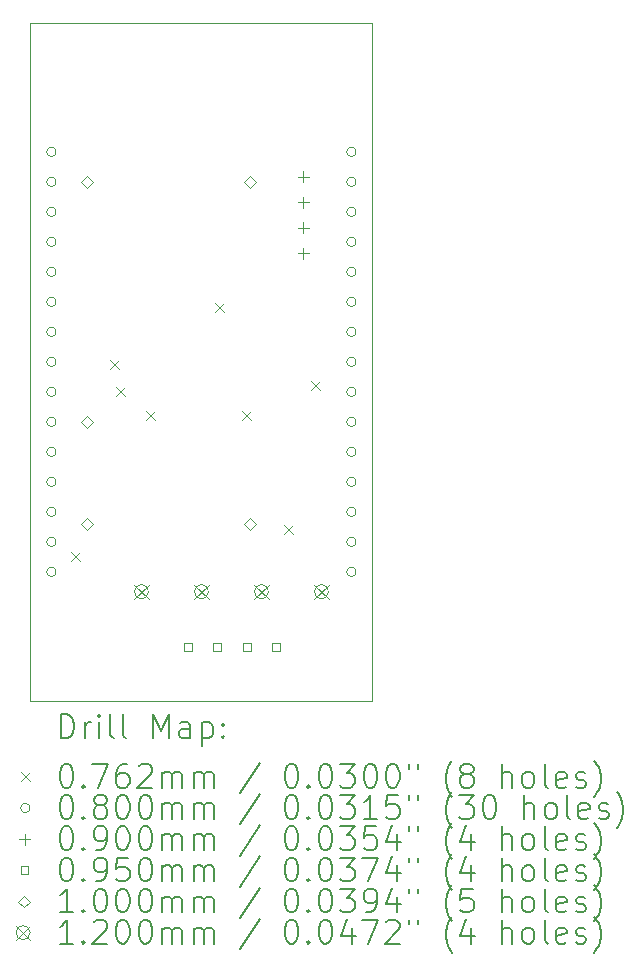
<source format=gbr>
%TF.GenerationSoftware,KiCad,Pcbnew,8.0.8+1*%
%TF.CreationDate,2025-02-28T11:12:55+11:00*%
%TF.ProjectId,vichyctl,76696368-7963-4746-9c2e-6b696361645f,rev?*%
%TF.SameCoordinates,Original*%
%TF.FileFunction,Drillmap*%
%TF.FilePolarity,Positive*%
%FSLAX45Y45*%
G04 Gerber Fmt 4.5, Leading zero omitted, Abs format (unit mm)*
G04 Created by KiCad (PCBNEW 8.0.8+1) date 2025-02-28 11:12:55*
%MOMM*%
%LPD*%
G01*
G04 APERTURE LIST*
%ADD10C,0.050000*%
%ADD11C,0.200000*%
%ADD12C,0.100000*%
%ADD13C,0.120000*%
G04 APERTURE END LIST*
D10*
X11963400Y-4140200D02*
X14859000Y-4140200D01*
X14859000Y-9880600D01*
X11963400Y-9880600D01*
X11963400Y-4140200D01*
D11*
D12*
X12306300Y-8623300D02*
X12382500Y-8699500D01*
X12382500Y-8623300D02*
X12306300Y-8699500D01*
X12636500Y-6997700D02*
X12712700Y-7073900D01*
X12712700Y-6997700D02*
X12636500Y-7073900D01*
X12687300Y-7226300D02*
X12763500Y-7302500D01*
X12763500Y-7226300D02*
X12687300Y-7302500D01*
X12941300Y-7429500D02*
X13017500Y-7505700D01*
X13017500Y-7429500D02*
X12941300Y-7505700D01*
X13525500Y-6515100D02*
X13601700Y-6591300D01*
X13601700Y-6515100D02*
X13525500Y-6591300D01*
X13754100Y-7429500D02*
X13830300Y-7505700D01*
X13830300Y-7429500D02*
X13754100Y-7505700D01*
X14109700Y-8394700D02*
X14185900Y-8470900D01*
X14185900Y-8394700D02*
X14109700Y-8470900D01*
X14338300Y-7175500D02*
X14414500Y-7251700D01*
X14414500Y-7175500D02*
X14338300Y-7251700D01*
X12181200Y-5232400D02*
G75*
G02*
X12101200Y-5232400I-40000J0D01*
G01*
X12101200Y-5232400D02*
G75*
G02*
X12181200Y-5232400I40000J0D01*
G01*
X12181200Y-5486400D02*
G75*
G02*
X12101200Y-5486400I-40000J0D01*
G01*
X12101200Y-5486400D02*
G75*
G02*
X12181200Y-5486400I40000J0D01*
G01*
X12181200Y-5740400D02*
G75*
G02*
X12101200Y-5740400I-40000J0D01*
G01*
X12101200Y-5740400D02*
G75*
G02*
X12181200Y-5740400I40000J0D01*
G01*
X12181200Y-5994400D02*
G75*
G02*
X12101200Y-5994400I-40000J0D01*
G01*
X12101200Y-5994400D02*
G75*
G02*
X12181200Y-5994400I40000J0D01*
G01*
X12181200Y-6248400D02*
G75*
G02*
X12101200Y-6248400I-40000J0D01*
G01*
X12101200Y-6248400D02*
G75*
G02*
X12181200Y-6248400I40000J0D01*
G01*
X12181200Y-6502400D02*
G75*
G02*
X12101200Y-6502400I-40000J0D01*
G01*
X12101200Y-6502400D02*
G75*
G02*
X12181200Y-6502400I40000J0D01*
G01*
X12181200Y-6756400D02*
G75*
G02*
X12101200Y-6756400I-40000J0D01*
G01*
X12101200Y-6756400D02*
G75*
G02*
X12181200Y-6756400I40000J0D01*
G01*
X12181200Y-7010400D02*
G75*
G02*
X12101200Y-7010400I-40000J0D01*
G01*
X12101200Y-7010400D02*
G75*
G02*
X12181200Y-7010400I40000J0D01*
G01*
X12181200Y-7264400D02*
G75*
G02*
X12101200Y-7264400I-40000J0D01*
G01*
X12101200Y-7264400D02*
G75*
G02*
X12181200Y-7264400I40000J0D01*
G01*
X12181200Y-7518400D02*
G75*
G02*
X12101200Y-7518400I-40000J0D01*
G01*
X12101200Y-7518400D02*
G75*
G02*
X12181200Y-7518400I40000J0D01*
G01*
X12181200Y-7772400D02*
G75*
G02*
X12101200Y-7772400I-40000J0D01*
G01*
X12101200Y-7772400D02*
G75*
G02*
X12181200Y-7772400I40000J0D01*
G01*
X12181200Y-8026400D02*
G75*
G02*
X12101200Y-8026400I-40000J0D01*
G01*
X12101200Y-8026400D02*
G75*
G02*
X12181200Y-8026400I40000J0D01*
G01*
X12181200Y-8280400D02*
G75*
G02*
X12101200Y-8280400I-40000J0D01*
G01*
X12101200Y-8280400D02*
G75*
G02*
X12181200Y-8280400I40000J0D01*
G01*
X12181200Y-8534400D02*
G75*
G02*
X12101200Y-8534400I-40000J0D01*
G01*
X12101200Y-8534400D02*
G75*
G02*
X12181200Y-8534400I40000J0D01*
G01*
X12181200Y-8788400D02*
G75*
G02*
X12101200Y-8788400I-40000J0D01*
G01*
X12101200Y-8788400D02*
G75*
G02*
X12181200Y-8788400I40000J0D01*
G01*
X14721200Y-5232400D02*
G75*
G02*
X14641200Y-5232400I-40000J0D01*
G01*
X14641200Y-5232400D02*
G75*
G02*
X14721200Y-5232400I40000J0D01*
G01*
X14721200Y-5486400D02*
G75*
G02*
X14641200Y-5486400I-40000J0D01*
G01*
X14641200Y-5486400D02*
G75*
G02*
X14721200Y-5486400I40000J0D01*
G01*
X14721200Y-5740400D02*
G75*
G02*
X14641200Y-5740400I-40000J0D01*
G01*
X14641200Y-5740400D02*
G75*
G02*
X14721200Y-5740400I40000J0D01*
G01*
X14721200Y-5994400D02*
G75*
G02*
X14641200Y-5994400I-40000J0D01*
G01*
X14641200Y-5994400D02*
G75*
G02*
X14721200Y-5994400I40000J0D01*
G01*
X14721200Y-6248400D02*
G75*
G02*
X14641200Y-6248400I-40000J0D01*
G01*
X14641200Y-6248400D02*
G75*
G02*
X14721200Y-6248400I40000J0D01*
G01*
X14721200Y-6502400D02*
G75*
G02*
X14641200Y-6502400I-40000J0D01*
G01*
X14641200Y-6502400D02*
G75*
G02*
X14721200Y-6502400I40000J0D01*
G01*
X14721200Y-6756400D02*
G75*
G02*
X14641200Y-6756400I-40000J0D01*
G01*
X14641200Y-6756400D02*
G75*
G02*
X14721200Y-6756400I40000J0D01*
G01*
X14721200Y-7010400D02*
G75*
G02*
X14641200Y-7010400I-40000J0D01*
G01*
X14641200Y-7010400D02*
G75*
G02*
X14721200Y-7010400I40000J0D01*
G01*
X14721200Y-7264400D02*
G75*
G02*
X14641200Y-7264400I-40000J0D01*
G01*
X14641200Y-7264400D02*
G75*
G02*
X14721200Y-7264400I40000J0D01*
G01*
X14721200Y-7518400D02*
G75*
G02*
X14641200Y-7518400I-40000J0D01*
G01*
X14641200Y-7518400D02*
G75*
G02*
X14721200Y-7518400I40000J0D01*
G01*
X14721200Y-7772400D02*
G75*
G02*
X14641200Y-7772400I-40000J0D01*
G01*
X14641200Y-7772400D02*
G75*
G02*
X14721200Y-7772400I40000J0D01*
G01*
X14721200Y-8026400D02*
G75*
G02*
X14641200Y-8026400I-40000J0D01*
G01*
X14641200Y-8026400D02*
G75*
G02*
X14721200Y-8026400I40000J0D01*
G01*
X14721200Y-8280400D02*
G75*
G02*
X14641200Y-8280400I-40000J0D01*
G01*
X14641200Y-8280400D02*
G75*
G02*
X14721200Y-8280400I40000J0D01*
G01*
X14721200Y-8534400D02*
G75*
G02*
X14641200Y-8534400I-40000J0D01*
G01*
X14641200Y-8534400D02*
G75*
G02*
X14721200Y-8534400I40000J0D01*
G01*
X14721200Y-8788400D02*
G75*
G02*
X14641200Y-8788400I-40000J0D01*
G01*
X14641200Y-8788400D02*
G75*
G02*
X14721200Y-8788400I40000J0D01*
G01*
X14274800Y-5397100D02*
X14274800Y-5487100D01*
X14229800Y-5442100D02*
X14319800Y-5442100D01*
X14274800Y-5613000D02*
X14274800Y-5703000D01*
X14229800Y-5658000D02*
X14319800Y-5658000D01*
X14274800Y-5828900D02*
X14274800Y-5918900D01*
X14229800Y-5873900D02*
X14319800Y-5873900D01*
X14274800Y-6044800D02*
X14274800Y-6134800D01*
X14229800Y-6089800D02*
X14319800Y-6089800D01*
X13329788Y-9456988D02*
X13329788Y-9389812D01*
X13262612Y-9389812D01*
X13262612Y-9456988D01*
X13329788Y-9456988D01*
X13579788Y-9456988D02*
X13579788Y-9389812D01*
X13512612Y-9389812D01*
X13512612Y-9456988D01*
X13579788Y-9456988D01*
X13829788Y-9456988D02*
X13829788Y-9389812D01*
X13762612Y-9389812D01*
X13762612Y-9456988D01*
X13829788Y-9456988D01*
X14079788Y-9456988D02*
X14079788Y-9389812D01*
X14012612Y-9389812D01*
X14012612Y-9456988D01*
X14079788Y-9456988D01*
X12441800Y-5534200D02*
X12491800Y-5484200D01*
X12441800Y-5434200D01*
X12391800Y-5484200D01*
X12441800Y-5534200D01*
X12441800Y-8434200D02*
X12491800Y-8384200D01*
X12441800Y-8334200D01*
X12391800Y-8384200D01*
X12441800Y-8434200D01*
X12443460Y-7568400D02*
X12493460Y-7518400D01*
X12443460Y-7468400D01*
X12393460Y-7518400D01*
X12443460Y-7568400D01*
X13821800Y-5534200D02*
X13871800Y-5484200D01*
X13821800Y-5434200D01*
X13771800Y-5484200D01*
X13821800Y-5534200D01*
X13821800Y-8434200D02*
X13871800Y-8384200D01*
X13821800Y-8334200D01*
X13771800Y-8384200D01*
X13821800Y-8434200D01*
D13*
X12843200Y-8895500D02*
X12963200Y-9015500D01*
X12963200Y-8895500D02*
X12843200Y-9015500D01*
X12963200Y-8955500D02*
G75*
G02*
X12843200Y-8955500I-60000J0D01*
G01*
X12843200Y-8955500D02*
G75*
G02*
X12963200Y-8955500I60000J0D01*
G01*
X13351200Y-8895500D02*
X13471200Y-9015500D01*
X13471200Y-8895500D02*
X13351200Y-9015500D01*
X13471200Y-8955500D02*
G75*
G02*
X13351200Y-8955500I-60000J0D01*
G01*
X13351200Y-8955500D02*
G75*
G02*
X13471200Y-8955500I60000J0D01*
G01*
X13859200Y-8895500D02*
X13979200Y-9015500D01*
X13979200Y-8895500D02*
X13859200Y-9015500D01*
X13979200Y-8955500D02*
G75*
G02*
X13859200Y-8955500I-60000J0D01*
G01*
X13859200Y-8955500D02*
G75*
G02*
X13979200Y-8955500I60000J0D01*
G01*
X14367200Y-8895500D02*
X14487200Y-9015500D01*
X14487200Y-8895500D02*
X14367200Y-9015500D01*
X14487200Y-8955500D02*
G75*
G02*
X14367200Y-8955500I-60000J0D01*
G01*
X14367200Y-8955500D02*
G75*
G02*
X14487200Y-8955500I60000J0D01*
G01*
D11*
X12221677Y-10194584D02*
X12221677Y-9994584D01*
X12221677Y-9994584D02*
X12269296Y-9994584D01*
X12269296Y-9994584D02*
X12297867Y-10004108D01*
X12297867Y-10004108D02*
X12316915Y-10023155D01*
X12316915Y-10023155D02*
X12326439Y-10042203D01*
X12326439Y-10042203D02*
X12335962Y-10080298D01*
X12335962Y-10080298D02*
X12335962Y-10108870D01*
X12335962Y-10108870D02*
X12326439Y-10146965D01*
X12326439Y-10146965D02*
X12316915Y-10166012D01*
X12316915Y-10166012D02*
X12297867Y-10185060D01*
X12297867Y-10185060D02*
X12269296Y-10194584D01*
X12269296Y-10194584D02*
X12221677Y-10194584D01*
X12421677Y-10194584D02*
X12421677Y-10061250D01*
X12421677Y-10099346D02*
X12431201Y-10080298D01*
X12431201Y-10080298D02*
X12440724Y-10070774D01*
X12440724Y-10070774D02*
X12459772Y-10061250D01*
X12459772Y-10061250D02*
X12478820Y-10061250D01*
X12545486Y-10194584D02*
X12545486Y-10061250D01*
X12545486Y-9994584D02*
X12535962Y-10004108D01*
X12535962Y-10004108D02*
X12545486Y-10013631D01*
X12545486Y-10013631D02*
X12555010Y-10004108D01*
X12555010Y-10004108D02*
X12545486Y-9994584D01*
X12545486Y-9994584D02*
X12545486Y-10013631D01*
X12669296Y-10194584D02*
X12650248Y-10185060D01*
X12650248Y-10185060D02*
X12640724Y-10166012D01*
X12640724Y-10166012D02*
X12640724Y-9994584D01*
X12774058Y-10194584D02*
X12755010Y-10185060D01*
X12755010Y-10185060D02*
X12745486Y-10166012D01*
X12745486Y-10166012D02*
X12745486Y-9994584D01*
X13002629Y-10194584D02*
X13002629Y-9994584D01*
X13002629Y-9994584D02*
X13069296Y-10137441D01*
X13069296Y-10137441D02*
X13135962Y-9994584D01*
X13135962Y-9994584D02*
X13135962Y-10194584D01*
X13316915Y-10194584D02*
X13316915Y-10089822D01*
X13316915Y-10089822D02*
X13307391Y-10070774D01*
X13307391Y-10070774D02*
X13288343Y-10061250D01*
X13288343Y-10061250D02*
X13250248Y-10061250D01*
X13250248Y-10061250D02*
X13231201Y-10070774D01*
X13316915Y-10185060D02*
X13297867Y-10194584D01*
X13297867Y-10194584D02*
X13250248Y-10194584D01*
X13250248Y-10194584D02*
X13231201Y-10185060D01*
X13231201Y-10185060D02*
X13221677Y-10166012D01*
X13221677Y-10166012D02*
X13221677Y-10146965D01*
X13221677Y-10146965D02*
X13231201Y-10127917D01*
X13231201Y-10127917D02*
X13250248Y-10118393D01*
X13250248Y-10118393D02*
X13297867Y-10118393D01*
X13297867Y-10118393D02*
X13316915Y-10108870D01*
X13412153Y-10061250D02*
X13412153Y-10261250D01*
X13412153Y-10070774D02*
X13431201Y-10061250D01*
X13431201Y-10061250D02*
X13469296Y-10061250D01*
X13469296Y-10061250D02*
X13488343Y-10070774D01*
X13488343Y-10070774D02*
X13497867Y-10080298D01*
X13497867Y-10080298D02*
X13507391Y-10099346D01*
X13507391Y-10099346D02*
X13507391Y-10156489D01*
X13507391Y-10156489D02*
X13497867Y-10175536D01*
X13497867Y-10175536D02*
X13488343Y-10185060D01*
X13488343Y-10185060D02*
X13469296Y-10194584D01*
X13469296Y-10194584D02*
X13431201Y-10194584D01*
X13431201Y-10194584D02*
X13412153Y-10185060D01*
X13593105Y-10175536D02*
X13602629Y-10185060D01*
X13602629Y-10185060D02*
X13593105Y-10194584D01*
X13593105Y-10194584D02*
X13583582Y-10185060D01*
X13583582Y-10185060D02*
X13593105Y-10175536D01*
X13593105Y-10175536D02*
X13593105Y-10194584D01*
X13593105Y-10070774D02*
X13602629Y-10080298D01*
X13602629Y-10080298D02*
X13593105Y-10089822D01*
X13593105Y-10089822D02*
X13583582Y-10080298D01*
X13583582Y-10080298D02*
X13593105Y-10070774D01*
X13593105Y-10070774D02*
X13593105Y-10089822D01*
D12*
X11884700Y-10485000D02*
X11960900Y-10561200D01*
X11960900Y-10485000D02*
X11884700Y-10561200D01*
D11*
X12259772Y-10414584D02*
X12278820Y-10414584D01*
X12278820Y-10414584D02*
X12297867Y-10424108D01*
X12297867Y-10424108D02*
X12307391Y-10433631D01*
X12307391Y-10433631D02*
X12316915Y-10452679D01*
X12316915Y-10452679D02*
X12326439Y-10490774D01*
X12326439Y-10490774D02*
X12326439Y-10538393D01*
X12326439Y-10538393D02*
X12316915Y-10576489D01*
X12316915Y-10576489D02*
X12307391Y-10595536D01*
X12307391Y-10595536D02*
X12297867Y-10605060D01*
X12297867Y-10605060D02*
X12278820Y-10614584D01*
X12278820Y-10614584D02*
X12259772Y-10614584D01*
X12259772Y-10614584D02*
X12240724Y-10605060D01*
X12240724Y-10605060D02*
X12231201Y-10595536D01*
X12231201Y-10595536D02*
X12221677Y-10576489D01*
X12221677Y-10576489D02*
X12212153Y-10538393D01*
X12212153Y-10538393D02*
X12212153Y-10490774D01*
X12212153Y-10490774D02*
X12221677Y-10452679D01*
X12221677Y-10452679D02*
X12231201Y-10433631D01*
X12231201Y-10433631D02*
X12240724Y-10424108D01*
X12240724Y-10424108D02*
X12259772Y-10414584D01*
X12412153Y-10595536D02*
X12421677Y-10605060D01*
X12421677Y-10605060D02*
X12412153Y-10614584D01*
X12412153Y-10614584D02*
X12402629Y-10605060D01*
X12402629Y-10605060D02*
X12412153Y-10595536D01*
X12412153Y-10595536D02*
X12412153Y-10614584D01*
X12488343Y-10414584D02*
X12621677Y-10414584D01*
X12621677Y-10414584D02*
X12535962Y-10614584D01*
X12783582Y-10414584D02*
X12745486Y-10414584D01*
X12745486Y-10414584D02*
X12726439Y-10424108D01*
X12726439Y-10424108D02*
X12716915Y-10433631D01*
X12716915Y-10433631D02*
X12697867Y-10462203D01*
X12697867Y-10462203D02*
X12688343Y-10500298D01*
X12688343Y-10500298D02*
X12688343Y-10576489D01*
X12688343Y-10576489D02*
X12697867Y-10595536D01*
X12697867Y-10595536D02*
X12707391Y-10605060D01*
X12707391Y-10605060D02*
X12726439Y-10614584D01*
X12726439Y-10614584D02*
X12764534Y-10614584D01*
X12764534Y-10614584D02*
X12783582Y-10605060D01*
X12783582Y-10605060D02*
X12793105Y-10595536D01*
X12793105Y-10595536D02*
X12802629Y-10576489D01*
X12802629Y-10576489D02*
X12802629Y-10528870D01*
X12802629Y-10528870D02*
X12793105Y-10509822D01*
X12793105Y-10509822D02*
X12783582Y-10500298D01*
X12783582Y-10500298D02*
X12764534Y-10490774D01*
X12764534Y-10490774D02*
X12726439Y-10490774D01*
X12726439Y-10490774D02*
X12707391Y-10500298D01*
X12707391Y-10500298D02*
X12697867Y-10509822D01*
X12697867Y-10509822D02*
X12688343Y-10528870D01*
X12878820Y-10433631D02*
X12888343Y-10424108D01*
X12888343Y-10424108D02*
X12907391Y-10414584D01*
X12907391Y-10414584D02*
X12955010Y-10414584D01*
X12955010Y-10414584D02*
X12974058Y-10424108D01*
X12974058Y-10424108D02*
X12983582Y-10433631D01*
X12983582Y-10433631D02*
X12993105Y-10452679D01*
X12993105Y-10452679D02*
X12993105Y-10471727D01*
X12993105Y-10471727D02*
X12983582Y-10500298D01*
X12983582Y-10500298D02*
X12869296Y-10614584D01*
X12869296Y-10614584D02*
X12993105Y-10614584D01*
X13078820Y-10614584D02*
X13078820Y-10481250D01*
X13078820Y-10500298D02*
X13088343Y-10490774D01*
X13088343Y-10490774D02*
X13107391Y-10481250D01*
X13107391Y-10481250D02*
X13135963Y-10481250D01*
X13135963Y-10481250D02*
X13155010Y-10490774D01*
X13155010Y-10490774D02*
X13164534Y-10509822D01*
X13164534Y-10509822D02*
X13164534Y-10614584D01*
X13164534Y-10509822D02*
X13174058Y-10490774D01*
X13174058Y-10490774D02*
X13193105Y-10481250D01*
X13193105Y-10481250D02*
X13221677Y-10481250D01*
X13221677Y-10481250D02*
X13240724Y-10490774D01*
X13240724Y-10490774D02*
X13250248Y-10509822D01*
X13250248Y-10509822D02*
X13250248Y-10614584D01*
X13345486Y-10614584D02*
X13345486Y-10481250D01*
X13345486Y-10500298D02*
X13355010Y-10490774D01*
X13355010Y-10490774D02*
X13374058Y-10481250D01*
X13374058Y-10481250D02*
X13402629Y-10481250D01*
X13402629Y-10481250D02*
X13421677Y-10490774D01*
X13421677Y-10490774D02*
X13431201Y-10509822D01*
X13431201Y-10509822D02*
X13431201Y-10614584D01*
X13431201Y-10509822D02*
X13440724Y-10490774D01*
X13440724Y-10490774D02*
X13459772Y-10481250D01*
X13459772Y-10481250D02*
X13488343Y-10481250D01*
X13488343Y-10481250D02*
X13507391Y-10490774D01*
X13507391Y-10490774D02*
X13516915Y-10509822D01*
X13516915Y-10509822D02*
X13516915Y-10614584D01*
X13907391Y-10405060D02*
X13735963Y-10662203D01*
X14164534Y-10414584D02*
X14183582Y-10414584D01*
X14183582Y-10414584D02*
X14202629Y-10424108D01*
X14202629Y-10424108D02*
X14212153Y-10433631D01*
X14212153Y-10433631D02*
X14221677Y-10452679D01*
X14221677Y-10452679D02*
X14231201Y-10490774D01*
X14231201Y-10490774D02*
X14231201Y-10538393D01*
X14231201Y-10538393D02*
X14221677Y-10576489D01*
X14221677Y-10576489D02*
X14212153Y-10595536D01*
X14212153Y-10595536D02*
X14202629Y-10605060D01*
X14202629Y-10605060D02*
X14183582Y-10614584D01*
X14183582Y-10614584D02*
X14164534Y-10614584D01*
X14164534Y-10614584D02*
X14145486Y-10605060D01*
X14145486Y-10605060D02*
X14135963Y-10595536D01*
X14135963Y-10595536D02*
X14126439Y-10576489D01*
X14126439Y-10576489D02*
X14116915Y-10538393D01*
X14116915Y-10538393D02*
X14116915Y-10490774D01*
X14116915Y-10490774D02*
X14126439Y-10452679D01*
X14126439Y-10452679D02*
X14135963Y-10433631D01*
X14135963Y-10433631D02*
X14145486Y-10424108D01*
X14145486Y-10424108D02*
X14164534Y-10414584D01*
X14316915Y-10595536D02*
X14326439Y-10605060D01*
X14326439Y-10605060D02*
X14316915Y-10614584D01*
X14316915Y-10614584D02*
X14307391Y-10605060D01*
X14307391Y-10605060D02*
X14316915Y-10595536D01*
X14316915Y-10595536D02*
X14316915Y-10614584D01*
X14450248Y-10414584D02*
X14469296Y-10414584D01*
X14469296Y-10414584D02*
X14488344Y-10424108D01*
X14488344Y-10424108D02*
X14497867Y-10433631D01*
X14497867Y-10433631D02*
X14507391Y-10452679D01*
X14507391Y-10452679D02*
X14516915Y-10490774D01*
X14516915Y-10490774D02*
X14516915Y-10538393D01*
X14516915Y-10538393D02*
X14507391Y-10576489D01*
X14507391Y-10576489D02*
X14497867Y-10595536D01*
X14497867Y-10595536D02*
X14488344Y-10605060D01*
X14488344Y-10605060D02*
X14469296Y-10614584D01*
X14469296Y-10614584D02*
X14450248Y-10614584D01*
X14450248Y-10614584D02*
X14431201Y-10605060D01*
X14431201Y-10605060D02*
X14421677Y-10595536D01*
X14421677Y-10595536D02*
X14412153Y-10576489D01*
X14412153Y-10576489D02*
X14402629Y-10538393D01*
X14402629Y-10538393D02*
X14402629Y-10490774D01*
X14402629Y-10490774D02*
X14412153Y-10452679D01*
X14412153Y-10452679D02*
X14421677Y-10433631D01*
X14421677Y-10433631D02*
X14431201Y-10424108D01*
X14431201Y-10424108D02*
X14450248Y-10414584D01*
X14583582Y-10414584D02*
X14707391Y-10414584D01*
X14707391Y-10414584D02*
X14640725Y-10490774D01*
X14640725Y-10490774D02*
X14669296Y-10490774D01*
X14669296Y-10490774D02*
X14688344Y-10500298D01*
X14688344Y-10500298D02*
X14697867Y-10509822D01*
X14697867Y-10509822D02*
X14707391Y-10528870D01*
X14707391Y-10528870D02*
X14707391Y-10576489D01*
X14707391Y-10576489D02*
X14697867Y-10595536D01*
X14697867Y-10595536D02*
X14688344Y-10605060D01*
X14688344Y-10605060D02*
X14669296Y-10614584D01*
X14669296Y-10614584D02*
X14612153Y-10614584D01*
X14612153Y-10614584D02*
X14593106Y-10605060D01*
X14593106Y-10605060D02*
X14583582Y-10595536D01*
X14831201Y-10414584D02*
X14850248Y-10414584D01*
X14850248Y-10414584D02*
X14869296Y-10424108D01*
X14869296Y-10424108D02*
X14878820Y-10433631D01*
X14878820Y-10433631D02*
X14888344Y-10452679D01*
X14888344Y-10452679D02*
X14897867Y-10490774D01*
X14897867Y-10490774D02*
X14897867Y-10538393D01*
X14897867Y-10538393D02*
X14888344Y-10576489D01*
X14888344Y-10576489D02*
X14878820Y-10595536D01*
X14878820Y-10595536D02*
X14869296Y-10605060D01*
X14869296Y-10605060D02*
X14850248Y-10614584D01*
X14850248Y-10614584D02*
X14831201Y-10614584D01*
X14831201Y-10614584D02*
X14812153Y-10605060D01*
X14812153Y-10605060D02*
X14802629Y-10595536D01*
X14802629Y-10595536D02*
X14793106Y-10576489D01*
X14793106Y-10576489D02*
X14783582Y-10538393D01*
X14783582Y-10538393D02*
X14783582Y-10490774D01*
X14783582Y-10490774D02*
X14793106Y-10452679D01*
X14793106Y-10452679D02*
X14802629Y-10433631D01*
X14802629Y-10433631D02*
X14812153Y-10424108D01*
X14812153Y-10424108D02*
X14831201Y-10414584D01*
X15021677Y-10414584D02*
X15040725Y-10414584D01*
X15040725Y-10414584D02*
X15059772Y-10424108D01*
X15059772Y-10424108D02*
X15069296Y-10433631D01*
X15069296Y-10433631D02*
X15078820Y-10452679D01*
X15078820Y-10452679D02*
X15088344Y-10490774D01*
X15088344Y-10490774D02*
X15088344Y-10538393D01*
X15088344Y-10538393D02*
X15078820Y-10576489D01*
X15078820Y-10576489D02*
X15069296Y-10595536D01*
X15069296Y-10595536D02*
X15059772Y-10605060D01*
X15059772Y-10605060D02*
X15040725Y-10614584D01*
X15040725Y-10614584D02*
X15021677Y-10614584D01*
X15021677Y-10614584D02*
X15002629Y-10605060D01*
X15002629Y-10605060D02*
X14993106Y-10595536D01*
X14993106Y-10595536D02*
X14983582Y-10576489D01*
X14983582Y-10576489D02*
X14974058Y-10538393D01*
X14974058Y-10538393D02*
X14974058Y-10490774D01*
X14974058Y-10490774D02*
X14983582Y-10452679D01*
X14983582Y-10452679D02*
X14993106Y-10433631D01*
X14993106Y-10433631D02*
X15002629Y-10424108D01*
X15002629Y-10424108D02*
X15021677Y-10414584D01*
X15164534Y-10414584D02*
X15164534Y-10452679D01*
X15240725Y-10414584D02*
X15240725Y-10452679D01*
X15535963Y-10690774D02*
X15526439Y-10681250D01*
X15526439Y-10681250D02*
X15507391Y-10652679D01*
X15507391Y-10652679D02*
X15497868Y-10633631D01*
X15497868Y-10633631D02*
X15488344Y-10605060D01*
X15488344Y-10605060D02*
X15478820Y-10557441D01*
X15478820Y-10557441D02*
X15478820Y-10519346D01*
X15478820Y-10519346D02*
X15488344Y-10471727D01*
X15488344Y-10471727D02*
X15497868Y-10443155D01*
X15497868Y-10443155D02*
X15507391Y-10424108D01*
X15507391Y-10424108D02*
X15526439Y-10395536D01*
X15526439Y-10395536D02*
X15535963Y-10386012D01*
X15640725Y-10500298D02*
X15621677Y-10490774D01*
X15621677Y-10490774D02*
X15612153Y-10481250D01*
X15612153Y-10481250D02*
X15602629Y-10462203D01*
X15602629Y-10462203D02*
X15602629Y-10452679D01*
X15602629Y-10452679D02*
X15612153Y-10433631D01*
X15612153Y-10433631D02*
X15621677Y-10424108D01*
X15621677Y-10424108D02*
X15640725Y-10414584D01*
X15640725Y-10414584D02*
X15678820Y-10414584D01*
X15678820Y-10414584D02*
X15697868Y-10424108D01*
X15697868Y-10424108D02*
X15707391Y-10433631D01*
X15707391Y-10433631D02*
X15716915Y-10452679D01*
X15716915Y-10452679D02*
X15716915Y-10462203D01*
X15716915Y-10462203D02*
X15707391Y-10481250D01*
X15707391Y-10481250D02*
X15697868Y-10490774D01*
X15697868Y-10490774D02*
X15678820Y-10500298D01*
X15678820Y-10500298D02*
X15640725Y-10500298D01*
X15640725Y-10500298D02*
X15621677Y-10509822D01*
X15621677Y-10509822D02*
X15612153Y-10519346D01*
X15612153Y-10519346D02*
X15602629Y-10538393D01*
X15602629Y-10538393D02*
X15602629Y-10576489D01*
X15602629Y-10576489D02*
X15612153Y-10595536D01*
X15612153Y-10595536D02*
X15621677Y-10605060D01*
X15621677Y-10605060D02*
X15640725Y-10614584D01*
X15640725Y-10614584D02*
X15678820Y-10614584D01*
X15678820Y-10614584D02*
X15697868Y-10605060D01*
X15697868Y-10605060D02*
X15707391Y-10595536D01*
X15707391Y-10595536D02*
X15716915Y-10576489D01*
X15716915Y-10576489D02*
X15716915Y-10538393D01*
X15716915Y-10538393D02*
X15707391Y-10519346D01*
X15707391Y-10519346D02*
X15697868Y-10509822D01*
X15697868Y-10509822D02*
X15678820Y-10500298D01*
X15955010Y-10614584D02*
X15955010Y-10414584D01*
X16040725Y-10614584D02*
X16040725Y-10509822D01*
X16040725Y-10509822D02*
X16031201Y-10490774D01*
X16031201Y-10490774D02*
X16012153Y-10481250D01*
X16012153Y-10481250D02*
X15983582Y-10481250D01*
X15983582Y-10481250D02*
X15964534Y-10490774D01*
X15964534Y-10490774D02*
X15955010Y-10500298D01*
X16164534Y-10614584D02*
X16145487Y-10605060D01*
X16145487Y-10605060D02*
X16135963Y-10595536D01*
X16135963Y-10595536D02*
X16126439Y-10576489D01*
X16126439Y-10576489D02*
X16126439Y-10519346D01*
X16126439Y-10519346D02*
X16135963Y-10500298D01*
X16135963Y-10500298D02*
X16145487Y-10490774D01*
X16145487Y-10490774D02*
X16164534Y-10481250D01*
X16164534Y-10481250D02*
X16193106Y-10481250D01*
X16193106Y-10481250D02*
X16212153Y-10490774D01*
X16212153Y-10490774D02*
X16221677Y-10500298D01*
X16221677Y-10500298D02*
X16231201Y-10519346D01*
X16231201Y-10519346D02*
X16231201Y-10576489D01*
X16231201Y-10576489D02*
X16221677Y-10595536D01*
X16221677Y-10595536D02*
X16212153Y-10605060D01*
X16212153Y-10605060D02*
X16193106Y-10614584D01*
X16193106Y-10614584D02*
X16164534Y-10614584D01*
X16345487Y-10614584D02*
X16326439Y-10605060D01*
X16326439Y-10605060D02*
X16316915Y-10586012D01*
X16316915Y-10586012D02*
X16316915Y-10414584D01*
X16497868Y-10605060D02*
X16478820Y-10614584D01*
X16478820Y-10614584D02*
X16440725Y-10614584D01*
X16440725Y-10614584D02*
X16421677Y-10605060D01*
X16421677Y-10605060D02*
X16412153Y-10586012D01*
X16412153Y-10586012D02*
X16412153Y-10509822D01*
X16412153Y-10509822D02*
X16421677Y-10490774D01*
X16421677Y-10490774D02*
X16440725Y-10481250D01*
X16440725Y-10481250D02*
X16478820Y-10481250D01*
X16478820Y-10481250D02*
X16497868Y-10490774D01*
X16497868Y-10490774D02*
X16507391Y-10509822D01*
X16507391Y-10509822D02*
X16507391Y-10528870D01*
X16507391Y-10528870D02*
X16412153Y-10547917D01*
X16583582Y-10605060D02*
X16602630Y-10614584D01*
X16602630Y-10614584D02*
X16640725Y-10614584D01*
X16640725Y-10614584D02*
X16659772Y-10605060D01*
X16659772Y-10605060D02*
X16669296Y-10586012D01*
X16669296Y-10586012D02*
X16669296Y-10576489D01*
X16669296Y-10576489D02*
X16659772Y-10557441D01*
X16659772Y-10557441D02*
X16640725Y-10547917D01*
X16640725Y-10547917D02*
X16612153Y-10547917D01*
X16612153Y-10547917D02*
X16593106Y-10538393D01*
X16593106Y-10538393D02*
X16583582Y-10519346D01*
X16583582Y-10519346D02*
X16583582Y-10509822D01*
X16583582Y-10509822D02*
X16593106Y-10490774D01*
X16593106Y-10490774D02*
X16612153Y-10481250D01*
X16612153Y-10481250D02*
X16640725Y-10481250D01*
X16640725Y-10481250D02*
X16659772Y-10490774D01*
X16735963Y-10690774D02*
X16745487Y-10681250D01*
X16745487Y-10681250D02*
X16764534Y-10652679D01*
X16764534Y-10652679D02*
X16774058Y-10633631D01*
X16774058Y-10633631D02*
X16783582Y-10605060D01*
X16783582Y-10605060D02*
X16793106Y-10557441D01*
X16793106Y-10557441D02*
X16793106Y-10519346D01*
X16793106Y-10519346D02*
X16783582Y-10471727D01*
X16783582Y-10471727D02*
X16774058Y-10443155D01*
X16774058Y-10443155D02*
X16764534Y-10424108D01*
X16764534Y-10424108D02*
X16745487Y-10395536D01*
X16745487Y-10395536D02*
X16735963Y-10386012D01*
D12*
X11960900Y-10787100D02*
G75*
G02*
X11880900Y-10787100I-40000J0D01*
G01*
X11880900Y-10787100D02*
G75*
G02*
X11960900Y-10787100I40000J0D01*
G01*
D11*
X12259772Y-10678584D02*
X12278820Y-10678584D01*
X12278820Y-10678584D02*
X12297867Y-10688108D01*
X12297867Y-10688108D02*
X12307391Y-10697631D01*
X12307391Y-10697631D02*
X12316915Y-10716679D01*
X12316915Y-10716679D02*
X12326439Y-10754774D01*
X12326439Y-10754774D02*
X12326439Y-10802393D01*
X12326439Y-10802393D02*
X12316915Y-10840489D01*
X12316915Y-10840489D02*
X12307391Y-10859536D01*
X12307391Y-10859536D02*
X12297867Y-10869060D01*
X12297867Y-10869060D02*
X12278820Y-10878584D01*
X12278820Y-10878584D02*
X12259772Y-10878584D01*
X12259772Y-10878584D02*
X12240724Y-10869060D01*
X12240724Y-10869060D02*
X12231201Y-10859536D01*
X12231201Y-10859536D02*
X12221677Y-10840489D01*
X12221677Y-10840489D02*
X12212153Y-10802393D01*
X12212153Y-10802393D02*
X12212153Y-10754774D01*
X12212153Y-10754774D02*
X12221677Y-10716679D01*
X12221677Y-10716679D02*
X12231201Y-10697631D01*
X12231201Y-10697631D02*
X12240724Y-10688108D01*
X12240724Y-10688108D02*
X12259772Y-10678584D01*
X12412153Y-10859536D02*
X12421677Y-10869060D01*
X12421677Y-10869060D02*
X12412153Y-10878584D01*
X12412153Y-10878584D02*
X12402629Y-10869060D01*
X12402629Y-10869060D02*
X12412153Y-10859536D01*
X12412153Y-10859536D02*
X12412153Y-10878584D01*
X12535962Y-10764298D02*
X12516915Y-10754774D01*
X12516915Y-10754774D02*
X12507391Y-10745250D01*
X12507391Y-10745250D02*
X12497867Y-10726203D01*
X12497867Y-10726203D02*
X12497867Y-10716679D01*
X12497867Y-10716679D02*
X12507391Y-10697631D01*
X12507391Y-10697631D02*
X12516915Y-10688108D01*
X12516915Y-10688108D02*
X12535962Y-10678584D01*
X12535962Y-10678584D02*
X12574058Y-10678584D01*
X12574058Y-10678584D02*
X12593105Y-10688108D01*
X12593105Y-10688108D02*
X12602629Y-10697631D01*
X12602629Y-10697631D02*
X12612153Y-10716679D01*
X12612153Y-10716679D02*
X12612153Y-10726203D01*
X12612153Y-10726203D02*
X12602629Y-10745250D01*
X12602629Y-10745250D02*
X12593105Y-10754774D01*
X12593105Y-10754774D02*
X12574058Y-10764298D01*
X12574058Y-10764298D02*
X12535962Y-10764298D01*
X12535962Y-10764298D02*
X12516915Y-10773822D01*
X12516915Y-10773822D02*
X12507391Y-10783346D01*
X12507391Y-10783346D02*
X12497867Y-10802393D01*
X12497867Y-10802393D02*
X12497867Y-10840489D01*
X12497867Y-10840489D02*
X12507391Y-10859536D01*
X12507391Y-10859536D02*
X12516915Y-10869060D01*
X12516915Y-10869060D02*
X12535962Y-10878584D01*
X12535962Y-10878584D02*
X12574058Y-10878584D01*
X12574058Y-10878584D02*
X12593105Y-10869060D01*
X12593105Y-10869060D02*
X12602629Y-10859536D01*
X12602629Y-10859536D02*
X12612153Y-10840489D01*
X12612153Y-10840489D02*
X12612153Y-10802393D01*
X12612153Y-10802393D02*
X12602629Y-10783346D01*
X12602629Y-10783346D02*
X12593105Y-10773822D01*
X12593105Y-10773822D02*
X12574058Y-10764298D01*
X12735962Y-10678584D02*
X12755010Y-10678584D01*
X12755010Y-10678584D02*
X12774058Y-10688108D01*
X12774058Y-10688108D02*
X12783582Y-10697631D01*
X12783582Y-10697631D02*
X12793105Y-10716679D01*
X12793105Y-10716679D02*
X12802629Y-10754774D01*
X12802629Y-10754774D02*
X12802629Y-10802393D01*
X12802629Y-10802393D02*
X12793105Y-10840489D01*
X12793105Y-10840489D02*
X12783582Y-10859536D01*
X12783582Y-10859536D02*
X12774058Y-10869060D01*
X12774058Y-10869060D02*
X12755010Y-10878584D01*
X12755010Y-10878584D02*
X12735962Y-10878584D01*
X12735962Y-10878584D02*
X12716915Y-10869060D01*
X12716915Y-10869060D02*
X12707391Y-10859536D01*
X12707391Y-10859536D02*
X12697867Y-10840489D01*
X12697867Y-10840489D02*
X12688343Y-10802393D01*
X12688343Y-10802393D02*
X12688343Y-10754774D01*
X12688343Y-10754774D02*
X12697867Y-10716679D01*
X12697867Y-10716679D02*
X12707391Y-10697631D01*
X12707391Y-10697631D02*
X12716915Y-10688108D01*
X12716915Y-10688108D02*
X12735962Y-10678584D01*
X12926439Y-10678584D02*
X12945486Y-10678584D01*
X12945486Y-10678584D02*
X12964534Y-10688108D01*
X12964534Y-10688108D02*
X12974058Y-10697631D01*
X12974058Y-10697631D02*
X12983582Y-10716679D01*
X12983582Y-10716679D02*
X12993105Y-10754774D01*
X12993105Y-10754774D02*
X12993105Y-10802393D01*
X12993105Y-10802393D02*
X12983582Y-10840489D01*
X12983582Y-10840489D02*
X12974058Y-10859536D01*
X12974058Y-10859536D02*
X12964534Y-10869060D01*
X12964534Y-10869060D02*
X12945486Y-10878584D01*
X12945486Y-10878584D02*
X12926439Y-10878584D01*
X12926439Y-10878584D02*
X12907391Y-10869060D01*
X12907391Y-10869060D02*
X12897867Y-10859536D01*
X12897867Y-10859536D02*
X12888343Y-10840489D01*
X12888343Y-10840489D02*
X12878820Y-10802393D01*
X12878820Y-10802393D02*
X12878820Y-10754774D01*
X12878820Y-10754774D02*
X12888343Y-10716679D01*
X12888343Y-10716679D02*
X12897867Y-10697631D01*
X12897867Y-10697631D02*
X12907391Y-10688108D01*
X12907391Y-10688108D02*
X12926439Y-10678584D01*
X13078820Y-10878584D02*
X13078820Y-10745250D01*
X13078820Y-10764298D02*
X13088343Y-10754774D01*
X13088343Y-10754774D02*
X13107391Y-10745250D01*
X13107391Y-10745250D02*
X13135963Y-10745250D01*
X13135963Y-10745250D02*
X13155010Y-10754774D01*
X13155010Y-10754774D02*
X13164534Y-10773822D01*
X13164534Y-10773822D02*
X13164534Y-10878584D01*
X13164534Y-10773822D02*
X13174058Y-10754774D01*
X13174058Y-10754774D02*
X13193105Y-10745250D01*
X13193105Y-10745250D02*
X13221677Y-10745250D01*
X13221677Y-10745250D02*
X13240724Y-10754774D01*
X13240724Y-10754774D02*
X13250248Y-10773822D01*
X13250248Y-10773822D02*
X13250248Y-10878584D01*
X13345486Y-10878584D02*
X13345486Y-10745250D01*
X13345486Y-10764298D02*
X13355010Y-10754774D01*
X13355010Y-10754774D02*
X13374058Y-10745250D01*
X13374058Y-10745250D02*
X13402629Y-10745250D01*
X13402629Y-10745250D02*
X13421677Y-10754774D01*
X13421677Y-10754774D02*
X13431201Y-10773822D01*
X13431201Y-10773822D02*
X13431201Y-10878584D01*
X13431201Y-10773822D02*
X13440724Y-10754774D01*
X13440724Y-10754774D02*
X13459772Y-10745250D01*
X13459772Y-10745250D02*
X13488343Y-10745250D01*
X13488343Y-10745250D02*
X13507391Y-10754774D01*
X13507391Y-10754774D02*
X13516915Y-10773822D01*
X13516915Y-10773822D02*
X13516915Y-10878584D01*
X13907391Y-10669060D02*
X13735963Y-10926203D01*
X14164534Y-10678584D02*
X14183582Y-10678584D01*
X14183582Y-10678584D02*
X14202629Y-10688108D01*
X14202629Y-10688108D02*
X14212153Y-10697631D01*
X14212153Y-10697631D02*
X14221677Y-10716679D01*
X14221677Y-10716679D02*
X14231201Y-10754774D01*
X14231201Y-10754774D02*
X14231201Y-10802393D01*
X14231201Y-10802393D02*
X14221677Y-10840489D01*
X14221677Y-10840489D02*
X14212153Y-10859536D01*
X14212153Y-10859536D02*
X14202629Y-10869060D01*
X14202629Y-10869060D02*
X14183582Y-10878584D01*
X14183582Y-10878584D02*
X14164534Y-10878584D01*
X14164534Y-10878584D02*
X14145486Y-10869060D01*
X14145486Y-10869060D02*
X14135963Y-10859536D01*
X14135963Y-10859536D02*
X14126439Y-10840489D01*
X14126439Y-10840489D02*
X14116915Y-10802393D01*
X14116915Y-10802393D02*
X14116915Y-10754774D01*
X14116915Y-10754774D02*
X14126439Y-10716679D01*
X14126439Y-10716679D02*
X14135963Y-10697631D01*
X14135963Y-10697631D02*
X14145486Y-10688108D01*
X14145486Y-10688108D02*
X14164534Y-10678584D01*
X14316915Y-10859536D02*
X14326439Y-10869060D01*
X14326439Y-10869060D02*
X14316915Y-10878584D01*
X14316915Y-10878584D02*
X14307391Y-10869060D01*
X14307391Y-10869060D02*
X14316915Y-10859536D01*
X14316915Y-10859536D02*
X14316915Y-10878584D01*
X14450248Y-10678584D02*
X14469296Y-10678584D01*
X14469296Y-10678584D02*
X14488344Y-10688108D01*
X14488344Y-10688108D02*
X14497867Y-10697631D01*
X14497867Y-10697631D02*
X14507391Y-10716679D01*
X14507391Y-10716679D02*
X14516915Y-10754774D01*
X14516915Y-10754774D02*
X14516915Y-10802393D01*
X14516915Y-10802393D02*
X14507391Y-10840489D01*
X14507391Y-10840489D02*
X14497867Y-10859536D01*
X14497867Y-10859536D02*
X14488344Y-10869060D01*
X14488344Y-10869060D02*
X14469296Y-10878584D01*
X14469296Y-10878584D02*
X14450248Y-10878584D01*
X14450248Y-10878584D02*
X14431201Y-10869060D01*
X14431201Y-10869060D02*
X14421677Y-10859536D01*
X14421677Y-10859536D02*
X14412153Y-10840489D01*
X14412153Y-10840489D02*
X14402629Y-10802393D01*
X14402629Y-10802393D02*
X14402629Y-10754774D01*
X14402629Y-10754774D02*
X14412153Y-10716679D01*
X14412153Y-10716679D02*
X14421677Y-10697631D01*
X14421677Y-10697631D02*
X14431201Y-10688108D01*
X14431201Y-10688108D02*
X14450248Y-10678584D01*
X14583582Y-10678584D02*
X14707391Y-10678584D01*
X14707391Y-10678584D02*
X14640725Y-10754774D01*
X14640725Y-10754774D02*
X14669296Y-10754774D01*
X14669296Y-10754774D02*
X14688344Y-10764298D01*
X14688344Y-10764298D02*
X14697867Y-10773822D01*
X14697867Y-10773822D02*
X14707391Y-10792870D01*
X14707391Y-10792870D02*
X14707391Y-10840489D01*
X14707391Y-10840489D02*
X14697867Y-10859536D01*
X14697867Y-10859536D02*
X14688344Y-10869060D01*
X14688344Y-10869060D02*
X14669296Y-10878584D01*
X14669296Y-10878584D02*
X14612153Y-10878584D01*
X14612153Y-10878584D02*
X14593106Y-10869060D01*
X14593106Y-10869060D02*
X14583582Y-10859536D01*
X14897867Y-10878584D02*
X14783582Y-10878584D01*
X14840725Y-10878584D02*
X14840725Y-10678584D01*
X14840725Y-10678584D02*
X14821677Y-10707155D01*
X14821677Y-10707155D02*
X14802629Y-10726203D01*
X14802629Y-10726203D02*
X14783582Y-10735727D01*
X15078820Y-10678584D02*
X14983582Y-10678584D01*
X14983582Y-10678584D02*
X14974058Y-10773822D01*
X14974058Y-10773822D02*
X14983582Y-10764298D01*
X14983582Y-10764298D02*
X15002629Y-10754774D01*
X15002629Y-10754774D02*
X15050248Y-10754774D01*
X15050248Y-10754774D02*
X15069296Y-10764298D01*
X15069296Y-10764298D02*
X15078820Y-10773822D01*
X15078820Y-10773822D02*
X15088344Y-10792870D01*
X15088344Y-10792870D02*
X15088344Y-10840489D01*
X15088344Y-10840489D02*
X15078820Y-10859536D01*
X15078820Y-10859536D02*
X15069296Y-10869060D01*
X15069296Y-10869060D02*
X15050248Y-10878584D01*
X15050248Y-10878584D02*
X15002629Y-10878584D01*
X15002629Y-10878584D02*
X14983582Y-10869060D01*
X14983582Y-10869060D02*
X14974058Y-10859536D01*
X15164534Y-10678584D02*
X15164534Y-10716679D01*
X15240725Y-10678584D02*
X15240725Y-10716679D01*
X15535963Y-10954774D02*
X15526439Y-10945250D01*
X15526439Y-10945250D02*
X15507391Y-10916679D01*
X15507391Y-10916679D02*
X15497868Y-10897631D01*
X15497868Y-10897631D02*
X15488344Y-10869060D01*
X15488344Y-10869060D02*
X15478820Y-10821441D01*
X15478820Y-10821441D02*
X15478820Y-10783346D01*
X15478820Y-10783346D02*
X15488344Y-10735727D01*
X15488344Y-10735727D02*
X15497868Y-10707155D01*
X15497868Y-10707155D02*
X15507391Y-10688108D01*
X15507391Y-10688108D02*
X15526439Y-10659536D01*
X15526439Y-10659536D02*
X15535963Y-10650012D01*
X15593106Y-10678584D02*
X15716915Y-10678584D01*
X15716915Y-10678584D02*
X15650248Y-10754774D01*
X15650248Y-10754774D02*
X15678820Y-10754774D01*
X15678820Y-10754774D02*
X15697868Y-10764298D01*
X15697868Y-10764298D02*
X15707391Y-10773822D01*
X15707391Y-10773822D02*
X15716915Y-10792870D01*
X15716915Y-10792870D02*
X15716915Y-10840489D01*
X15716915Y-10840489D02*
X15707391Y-10859536D01*
X15707391Y-10859536D02*
X15697868Y-10869060D01*
X15697868Y-10869060D02*
X15678820Y-10878584D01*
X15678820Y-10878584D02*
X15621677Y-10878584D01*
X15621677Y-10878584D02*
X15602629Y-10869060D01*
X15602629Y-10869060D02*
X15593106Y-10859536D01*
X15840725Y-10678584D02*
X15859772Y-10678584D01*
X15859772Y-10678584D02*
X15878820Y-10688108D01*
X15878820Y-10688108D02*
X15888344Y-10697631D01*
X15888344Y-10697631D02*
X15897868Y-10716679D01*
X15897868Y-10716679D02*
X15907391Y-10754774D01*
X15907391Y-10754774D02*
X15907391Y-10802393D01*
X15907391Y-10802393D02*
X15897868Y-10840489D01*
X15897868Y-10840489D02*
X15888344Y-10859536D01*
X15888344Y-10859536D02*
X15878820Y-10869060D01*
X15878820Y-10869060D02*
X15859772Y-10878584D01*
X15859772Y-10878584D02*
X15840725Y-10878584D01*
X15840725Y-10878584D02*
X15821677Y-10869060D01*
X15821677Y-10869060D02*
X15812153Y-10859536D01*
X15812153Y-10859536D02*
X15802629Y-10840489D01*
X15802629Y-10840489D02*
X15793106Y-10802393D01*
X15793106Y-10802393D02*
X15793106Y-10754774D01*
X15793106Y-10754774D02*
X15802629Y-10716679D01*
X15802629Y-10716679D02*
X15812153Y-10697631D01*
X15812153Y-10697631D02*
X15821677Y-10688108D01*
X15821677Y-10688108D02*
X15840725Y-10678584D01*
X16145487Y-10878584D02*
X16145487Y-10678584D01*
X16231201Y-10878584D02*
X16231201Y-10773822D01*
X16231201Y-10773822D02*
X16221677Y-10754774D01*
X16221677Y-10754774D02*
X16202630Y-10745250D01*
X16202630Y-10745250D02*
X16174058Y-10745250D01*
X16174058Y-10745250D02*
X16155010Y-10754774D01*
X16155010Y-10754774D02*
X16145487Y-10764298D01*
X16355010Y-10878584D02*
X16335963Y-10869060D01*
X16335963Y-10869060D02*
X16326439Y-10859536D01*
X16326439Y-10859536D02*
X16316915Y-10840489D01*
X16316915Y-10840489D02*
X16316915Y-10783346D01*
X16316915Y-10783346D02*
X16326439Y-10764298D01*
X16326439Y-10764298D02*
X16335963Y-10754774D01*
X16335963Y-10754774D02*
X16355010Y-10745250D01*
X16355010Y-10745250D02*
X16383582Y-10745250D01*
X16383582Y-10745250D02*
X16402630Y-10754774D01*
X16402630Y-10754774D02*
X16412153Y-10764298D01*
X16412153Y-10764298D02*
X16421677Y-10783346D01*
X16421677Y-10783346D02*
X16421677Y-10840489D01*
X16421677Y-10840489D02*
X16412153Y-10859536D01*
X16412153Y-10859536D02*
X16402630Y-10869060D01*
X16402630Y-10869060D02*
X16383582Y-10878584D01*
X16383582Y-10878584D02*
X16355010Y-10878584D01*
X16535963Y-10878584D02*
X16516915Y-10869060D01*
X16516915Y-10869060D02*
X16507391Y-10850012D01*
X16507391Y-10850012D02*
X16507391Y-10678584D01*
X16688344Y-10869060D02*
X16669296Y-10878584D01*
X16669296Y-10878584D02*
X16631201Y-10878584D01*
X16631201Y-10878584D02*
X16612153Y-10869060D01*
X16612153Y-10869060D02*
X16602630Y-10850012D01*
X16602630Y-10850012D02*
X16602630Y-10773822D01*
X16602630Y-10773822D02*
X16612153Y-10754774D01*
X16612153Y-10754774D02*
X16631201Y-10745250D01*
X16631201Y-10745250D02*
X16669296Y-10745250D01*
X16669296Y-10745250D02*
X16688344Y-10754774D01*
X16688344Y-10754774D02*
X16697868Y-10773822D01*
X16697868Y-10773822D02*
X16697868Y-10792870D01*
X16697868Y-10792870D02*
X16602630Y-10811917D01*
X16774058Y-10869060D02*
X16793106Y-10878584D01*
X16793106Y-10878584D02*
X16831201Y-10878584D01*
X16831201Y-10878584D02*
X16850249Y-10869060D01*
X16850249Y-10869060D02*
X16859773Y-10850012D01*
X16859773Y-10850012D02*
X16859773Y-10840489D01*
X16859773Y-10840489D02*
X16850249Y-10821441D01*
X16850249Y-10821441D02*
X16831201Y-10811917D01*
X16831201Y-10811917D02*
X16802630Y-10811917D01*
X16802630Y-10811917D02*
X16783582Y-10802393D01*
X16783582Y-10802393D02*
X16774058Y-10783346D01*
X16774058Y-10783346D02*
X16774058Y-10773822D01*
X16774058Y-10773822D02*
X16783582Y-10754774D01*
X16783582Y-10754774D02*
X16802630Y-10745250D01*
X16802630Y-10745250D02*
X16831201Y-10745250D01*
X16831201Y-10745250D02*
X16850249Y-10754774D01*
X16926439Y-10954774D02*
X16935963Y-10945250D01*
X16935963Y-10945250D02*
X16955011Y-10916679D01*
X16955011Y-10916679D02*
X16964534Y-10897631D01*
X16964534Y-10897631D02*
X16974058Y-10869060D01*
X16974058Y-10869060D02*
X16983582Y-10821441D01*
X16983582Y-10821441D02*
X16983582Y-10783346D01*
X16983582Y-10783346D02*
X16974058Y-10735727D01*
X16974058Y-10735727D02*
X16964534Y-10707155D01*
X16964534Y-10707155D02*
X16955011Y-10688108D01*
X16955011Y-10688108D02*
X16935963Y-10659536D01*
X16935963Y-10659536D02*
X16926439Y-10650012D01*
D12*
X11915900Y-11006100D02*
X11915900Y-11096100D01*
X11870900Y-11051100D02*
X11960900Y-11051100D01*
D11*
X12259772Y-10942584D02*
X12278820Y-10942584D01*
X12278820Y-10942584D02*
X12297867Y-10952108D01*
X12297867Y-10952108D02*
X12307391Y-10961631D01*
X12307391Y-10961631D02*
X12316915Y-10980679D01*
X12316915Y-10980679D02*
X12326439Y-11018774D01*
X12326439Y-11018774D02*
X12326439Y-11066393D01*
X12326439Y-11066393D02*
X12316915Y-11104489D01*
X12316915Y-11104489D02*
X12307391Y-11123536D01*
X12307391Y-11123536D02*
X12297867Y-11133060D01*
X12297867Y-11133060D02*
X12278820Y-11142584D01*
X12278820Y-11142584D02*
X12259772Y-11142584D01*
X12259772Y-11142584D02*
X12240724Y-11133060D01*
X12240724Y-11133060D02*
X12231201Y-11123536D01*
X12231201Y-11123536D02*
X12221677Y-11104489D01*
X12221677Y-11104489D02*
X12212153Y-11066393D01*
X12212153Y-11066393D02*
X12212153Y-11018774D01*
X12212153Y-11018774D02*
X12221677Y-10980679D01*
X12221677Y-10980679D02*
X12231201Y-10961631D01*
X12231201Y-10961631D02*
X12240724Y-10952108D01*
X12240724Y-10952108D02*
X12259772Y-10942584D01*
X12412153Y-11123536D02*
X12421677Y-11133060D01*
X12421677Y-11133060D02*
X12412153Y-11142584D01*
X12412153Y-11142584D02*
X12402629Y-11133060D01*
X12402629Y-11133060D02*
X12412153Y-11123536D01*
X12412153Y-11123536D02*
X12412153Y-11142584D01*
X12516915Y-11142584D02*
X12555010Y-11142584D01*
X12555010Y-11142584D02*
X12574058Y-11133060D01*
X12574058Y-11133060D02*
X12583582Y-11123536D01*
X12583582Y-11123536D02*
X12602629Y-11094965D01*
X12602629Y-11094965D02*
X12612153Y-11056870D01*
X12612153Y-11056870D02*
X12612153Y-10980679D01*
X12612153Y-10980679D02*
X12602629Y-10961631D01*
X12602629Y-10961631D02*
X12593105Y-10952108D01*
X12593105Y-10952108D02*
X12574058Y-10942584D01*
X12574058Y-10942584D02*
X12535962Y-10942584D01*
X12535962Y-10942584D02*
X12516915Y-10952108D01*
X12516915Y-10952108D02*
X12507391Y-10961631D01*
X12507391Y-10961631D02*
X12497867Y-10980679D01*
X12497867Y-10980679D02*
X12497867Y-11028298D01*
X12497867Y-11028298D02*
X12507391Y-11047346D01*
X12507391Y-11047346D02*
X12516915Y-11056870D01*
X12516915Y-11056870D02*
X12535962Y-11066393D01*
X12535962Y-11066393D02*
X12574058Y-11066393D01*
X12574058Y-11066393D02*
X12593105Y-11056870D01*
X12593105Y-11056870D02*
X12602629Y-11047346D01*
X12602629Y-11047346D02*
X12612153Y-11028298D01*
X12735962Y-10942584D02*
X12755010Y-10942584D01*
X12755010Y-10942584D02*
X12774058Y-10952108D01*
X12774058Y-10952108D02*
X12783582Y-10961631D01*
X12783582Y-10961631D02*
X12793105Y-10980679D01*
X12793105Y-10980679D02*
X12802629Y-11018774D01*
X12802629Y-11018774D02*
X12802629Y-11066393D01*
X12802629Y-11066393D02*
X12793105Y-11104489D01*
X12793105Y-11104489D02*
X12783582Y-11123536D01*
X12783582Y-11123536D02*
X12774058Y-11133060D01*
X12774058Y-11133060D02*
X12755010Y-11142584D01*
X12755010Y-11142584D02*
X12735962Y-11142584D01*
X12735962Y-11142584D02*
X12716915Y-11133060D01*
X12716915Y-11133060D02*
X12707391Y-11123536D01*
X12707391Y-11123536D02*
X12697867Y-11104489D01*
X12697867Y-11104489D02*
X12688343Y-11066393D01*
X12688343Y-11066393D02*
X12688343Y-11018774D01*
X12688343Y-11018774D02*
X12697867Y-10980679D01*
X12697867Y-10980679D02*
X12707391Y-10961631D01*
X12707391Y-10961631D02*
X12716915Y-10952108D01*
X12716915Y-10952108D02*
X12735962Y-10942584D01*
X12926439Y-10942584D02*
X12945486Y-10942584D01*
X12945486Y-10942584D02*
X12964534Y-10952108D01*
X12964534Y-10952108D02*
X12974058Y-10961631D01*
X12974058Y-10961631D02*
X12983582Y-10980679D01*
X12983582Y-10980679D02*
X12993105Y-11018774D01*
X12993105Y-11018774D02*
X12993105Y-11066393D01*
X12993105Y-11066393D02*
X12983582Y-11104489D01*
X12983582Y-11104489D02*
X12974058Y-11123536D01*
X12974058Y-11123536D02*
X12964534Y-11133060D01*
X12964534Y-11133060D02*
X12945486Y-11142584D01*
X12945486Y-11142584D02*
X12926439Y-11142584D01*
X12926439Y-11142584D02*
X12907391Y-11133060D01*
X12907391Y-11133060D02*
X12897867Y-11123536D01*
X12897867Y-11123536D02*
X12888343Y-11104489D01*
X12888343Y-11104489D02*
X12878820Y-11066393D01*
X12878820Y-11066393D02*
X12878820Y-11018774D01*
X12878820Y-11018774D02*
X12888343Y-10980679D01*
X12888343Y-10980679D02*
X12897867Y-10961631D01*
X12897867Y-10961631D02*
X12907391Y-10952108D01*
X12907391Y-10952108D02*
X12926439Y-10942584D01*
X13078820Y-11142584D02*
X13078820Y-11009250D01*
X13078820Y-11028298D02*
X13088343Y-11018774D01*
X13088343Y-11018774D02*
X13107391Y-11009250D01*
X13107391Y-11009250D02*
X13135963Y-11009250D01*
X13135963Y-11009250D02*
X13155010Y-11018774D01*
X13155010Y-11018774D02*
X13164534Y-11037822D01*
X13164534Y-11037822D02*
X13164534Y-11142584D01*
X13164534Y-11037822D02*
X13174058Y-11018774D01*
X13174058Y-11018774D02*
X13193105Y-11009250D01*
X13193105Y-11009250D02*
X13221677Y-11009250D01*
X13221677Y-11009250D02*
X13240724Y-11018774D01*
X13240724Y-11018774D02*
X13250248Y-11037822D01*
X13250248Y-11037822D02*
X13250248Y-11142584D01*
X13345486Y-11142584D02*
X13345486Y-11009250D01*
X13345486Y-11028298D02*
X13355010Y-11018774D01*
X13355010Y-11018774D02*
X13374058Y-11009250D01*
X13374058Y-11009250D02*
X13402629Y-11009250D01*
X13402629Y-11009250D02*
X13421677Y-11018774D01*
X13421677Y-11018774D02*
X13431201Y-11037822D01*
X13431201Y-11037822D02*
X13431201Y-11142584D01*
X13431201Y-11037822D02*
X13440724Y-11018774D01*
X13440724Y-11018774D02*
X13459772Y-11009250D01*
X13459772Y-11009250D02*
X13488343Y-11009250D01*
X13488343Y-11009250D02*
X13507391Y-11018774D01*
X13507391Y-11018774D02*
X13516915Y-11037822D01*
X13516915Y-11037822D02*
X13516915Y-11142584D01*
X13907391Y-10933060D02*
X13735963Y-11190203D01*
X14164534Y-10942584D02*
X14183582Y-10942584D01*
X14183582Y-10942584D02*
X14202629Y-10952108D01*
X14202629Y-10952108D02*
X14212153Y-10961631D01*
X14212153Y-10961631D02*
X14221677Y-10980679D01*
X14221677Y-10980679D02*
X14231201Y-11018774D01*
X14231201Y-11018774D02*
X14231201Y-11066393D01*
X14231201Y-11066393D02*
X14221677Y-11104489D01*
X14221677Y-11104489D02*
X14212153Y-11123536D01*
X14212153Y-11123536D02*
X14202629Y-11133060D01*
X14202629Y-11133060D02*
X14183582Y-11142584D01*
X14183582Y-11142584D02*
X14164534Y-11142584D01*
X14164534Y-11142584D02*
X14145486Y-11133060D01*
X14145486Y-11133060D02*
X14135963Y-11123536D01*
X14135963Y-11123536D02*
X14126439Y-11104489D01*
X14126439Y-11104489D02*
X14116915Y-11066393D01*
X14116915Y-11066393D02*
X14116915Y-11018774D01*
X14116915Y-11018774D02*
X14126439Y-10980679D01*
X14126439Y-10980679D02*
X14135963Y-10961631D01*
X14135963Y-10961631D02*
X14145486Y-10952108D01*
X14145486Y-10952108D02*
X14164534Y-10942584D01*
X14316915Y-11123536D02*
X14326439Y-11133060D01*
X14326439Y-11133060D02*
X14316915Y-11142584D01*
X14316915Y-11142584D02*
X14307391Y-11133060D01*
X14307391Y-11133060D02*
X14316915Y-11123536D01*
X14316915Y-11123536D02*
X14316915Y-11142584D01*
X14450248Y-10942584D02*
X14469296Y-10942584D01*
X14469296Y-10942584D02*
X14488344Y-10952108D01*
X14488344Y-10952108D02*
X14497867Y-10961631D01*
X14497867Y-10961631D02*
X14507391Y-10980679D01*
X14507391Y-10980679D02*
X14516915Y-11018774D01*
X14516915Y-11018774D02*
X14516915Y-11066393D01*
X14516915Y-11066393D02*
X14507391Y-11104489D01*
X14507391Y-11104489D02*
X14497867Y-11123536D01*
X14497867Y-11123536D02*
X14488344Y-11133060D01*
X14488344Y-11133060D02*
X14469296Y-11142584D01*
X14469296Y-11142584D02*
X14450248Y-11142584D01*
X14450248Y-11142584D02*
X14431201Y-11133060D01*
X14431201Y-11133060D02*
X14421677Y-11123536D01*
X14421677Y-11123536D02*
X14412153Y-11104489D01*
X14412153Y-11104489D02*
X14402629Y-11066393D01*
X14402629Y-11066393D02*
X14402629Y-11018774D01*
X14402629Y-11018774D02*
X14412153Y-10980679D01*
X14412153Y-10980679D02*
X14421677Y-10961631D01*
X14421677Y-10961631D02*
X14431201Y-10952108D01*
X14431201Y-10952108D02*
X14450248Y-10942584D01*
X14583582Y-10942584D02*
X14707391Y-10942584D01*
X14707391Y-10942584D02*
X14640725Y-11018774D01*
X14640725Y-11018774D02*
X14669296Y-11018774D01*
X14669296Y-11018774D02*
X14688344Y-11028298D01*
X14688344Y-11028298D02*
X14697867Y-11037822D01*
X14697867Y-11037822D02*
X14707391Y-11056870D01*
X14707391Y-11056870D02*
X14707391Y-11104489D01*
X14707391Y-11104489D02*
X14697867Y-11123536D01*
X14697867Y-11123536D02*
X14688344Y-11133060D01*
X14688344Y-11133060D02*
X14669296Y-11142584D01*
X14669296Y-11142584D02*
X14612153Y-11142584D01*
X14612153Y-11142584D02*
X14593106Y-11133060D01*
X14593106Y-11133060D02*
X14583582Y-11123536D01*
X14888344Y-10942584D02*
X14793106Y-10942584D01*
X14793106Y-10942584D02*
X14783582Y-11037822D01*
X14783582Y-11037822D02*
X14793106Y-11028298D01*
X14793106Y-11028298D02*
X14812153Y-11018774D01*
X14812153Y-11018774D02*
X14859772Y-11018774D01*
X14859772Y-11018774D02*
X14878820Y-11028298D01*
X14878820Y-11028298D02*
X14888344Y-11037822D01*
X14888344Y-11037822D02*
X14897867Y-11056870D01*
X14897867Y-11056870D02*
X14897867Y-11104489D01*
X14897867Y-11104489D02*
X14888344Y-11123536D01*
X14888344Y-11123536D02*
X14878820Y-11133060D01*
X14878820Y-11133060D02*
X14859772Y-11142584D01*
X14859772Y-11142584D02*
X14812153Y-11142584D01*
X14812153Y-11142584D02*
X14793106Y-11133060D01*
X14793106Y-11133060D02*
X14783582Y-11123536D01*
X15069296Y-11009250D02*
X15069296Y-11142584D01*
X15021677Y-10933060D02*
X14974058Y-11075917D01*
X14974058Y-11075917D02*
X15097867Y-11075917D01*
X15164534Y-10942584D02*
X15164534Y-10980679D01*
X15240725Y-10942584D02*
X15240725Y-10980679D01*
X15535963Y-11218774D02*
X15526439Y-11209250D01*
X15526439Y-11209250D02*
X15507391Y-11180679D01*
X15507391Y-11180679D02*
X15497868Y-11161631D01*
X15497868Y-11161631D02*
X15488344Y-11133060D01*
X15488344Y-11133060D02*
X15478820Y-11085441D01*
X15478820Y-11085441D02*
X15478820Y-11047346D01*
X15478820Y-11047346D02*
X15488344Y-10999727D01*
X15488344Y-10999727D02*
X15497868Y-10971155D01*
X15497868Y-10971155D02*
X15507391Y-10952108D01*
X15507391Y-10952108D02*
X15526439Y-10923536D01*
X15526439Y-10923536D02*
X15535963Y-10914012D01*
X15697868Y-11009250D02*
X15697868Y-11142584D01*
X15650248Y-10933060D02*
X15602629Y-11075917D01*
X15602629Y-11075917D02*
X15726439Y-11075917D01*
X15955010Y-11142584D02*
X15955010Y-10942584D01*
X16040725Y-11142584D02*
X16040725Y-11037822D01*
X16040725Y-11037822D02*
X16031201Y-11018774D01*
X16031201Y-11018774D02*
X16012153Y-11009250D01*
X16012153Y-11009250D02*
X15983582Y-11009250D01*
X15983582Y-11009250D02*
X15964534Y-11018774D01*
X15964534Y-11018774D02*
X15955010Y-11028298D01*
X16164534Y-11142584D02*
X16145487Y-11133060D01*
X16145487Y-11133060D02*
X16135963Y-11123536D01*
X16135963Y-11123536D02*
X16126439Y-11104489D01*
X16126439Y-11104489D02*
X16126439Y-11047346D01*
X16126439Y-11047346D02*
X16135963Y-11028298D01*
X16135963Y-11028298D02*
X16145487Y-11018774D01*
X16145487Y-11018774D02*
X16164534Y-11009250D01*
X16164534Y-11009250D02*
X16193106Y-11009250D01*
X16193106Y-11009250D02*
X16212153Y-11018774D01*
X16212153Y-11018774D02*
X16221677Y-11028298D01*
X16221677Y-11028298D02*
X16231201Y-11047346D01*
X16231201Y-11047346D02*
X16231201Y-11104489D01*
X16231201Y-11104489D02*
X16221677Y-11123536D01*
X16221677Y-11123536D02*
X16212153Y-11133060D01*
X16212153Y-11133060D02*
X16193106Y-11142584D01*
X16193106Y-11142584D02*
X16164534Y-11142584D01*
X16345487Y-11142584D02*
X16326439Y-11133060D01*
X16326439Y-11133060D02*
X16316915Y-11114012D01*
X16316915Y-11114012D02*
X16316915Y-10942584D01*
X16497868Y-11133060D02*
X16478820Y-11142584D01*
X16478820Y-11142584D02*
X16440725Y-11142584D01*
X16440725Y-11142584D02*
X16421677Y-11133060D01*
X16421677Y-11133060D02*
X16412153Y-11114012D01*
X16412153Y-11114012D02*
X16412153Y-11037822D01*
X16412153Y-11037822D02*
X16421677Y-11018774D01*
X16421677Y-11018774D02*
X16440725Y-11009250D01*
X16440725Y-11009250D02*
X16478820Y-11009250D01*
X16478820Y-11009250D02*
X16497868Y-11018774D01*
X16497868Y-11018774D02*
X16507391Y-11037822D01*
X16507391Y-11037822D02*
X16507391Y-11056870D01*
X16507391Y-11056870D02*
X16412153Y-11075917D01*
X16583582Y-11133060D02*
X16602630Y-11142584D01*
X16602630Y-11142584D02*
X16640725Y-11142584D01*
X16640725Y-11142584D02*
X16659772Y-11133060D01*
X16659772Y-11133060D02*
X16669296Y-11114012D01*
X16669296Y-11114012D02*
X16669296Y-11104489D01*
X16669296Y-11104489D02*
X16659772Y-11085441D01*
X16659772Y-11085441D02*
X16640725Y-11075917D01*
X16640725Y-11075917D02*
X16612153Y-11075917D01*
X16612153Y-11075917D02*
X16593106Y-11066393D01*
X16593106Y-11066393D02*
X16583582Y-11047346D01*
X16583582Y-11047346D02*
X16583582Y-11037822D01*
X16583582Y-11037822D02*
X16593106Y-11018774D01*
X16593106Y-11018774D02*
X16612153Y-11009250D01*
X16612153Y-11009250D02*
X16640725Y-11009250D01*
X16640725Y-11009250D02*
X16659772Y-11018774D01*
X16735963Y-11218774D02*
X16745487Y-11209250D01*
X16745487Y-11209250D02*
X16764534Y-11180679D01*
X16764534Y-11180679D02*
X16774058Y-11161631D01*
X16774058Y-11161631D02*
X16783582Y-11133060D01*
X16783582Y-11133060D02*
X16793106Y-11085441D01*
X16793106Y-11085441D02*
X16793106Y-11047346D01*
X16793106Y-11047346D02*
X16783582Y-10999727D01*
X16783582Y-10999727D02*
X16774058Y-10971155D01*
X16774058Y-10971155D02*
X16764534Y-10952108D01*
X16764534Y-10952108D02*
X16745487Y-10923536D01*
X16745487Y-10923536D02*
X16735963Y-10914012D01*
D12*
X11946988Y-11348688D02*
X11946988Y-11281512D01*
X11879812Y-11281512D01*
X11879812Y-11348688D01*
X11946988Y-11348688D01*
D11*
X12259772Y-11206584D02*
X12278820Y-11206584D01*
X12278820Y-11206584D02*
X12297867Y-11216108D01*
X12297867Y-11216108D02*
X12307391Y-11225631D01*
X12307391Y-11225631D02*
X12316915Y-11244679D01*
X12316915Y-11244679D02*
X12326439Y-11282774D01*
X12326439Y-11282774D02*
X12326439Y-11330393D01*
X12326439Y-11330393D02*
X12316915Y-11368488D01*
X12316915Y-11368488D02*
X12307391Y-11387536D01*
X12307391Y-11387536D02*
X12297867Y-11397060D01*
X12297867Y-11397060D02*
X12278820Y-11406584D01*
X12278820Y-11406584D02*
X12259772Y-11406584D01*
X12259772Y-11406584D02*
X12240724Y-11397060D01*
X12240724Y-11397060D02*
X12231201Y-11387536D01*
X12231201Y-11387536D02*
X12221677Y-11368488D01*
X12221677Y-11368488D02*
X12212153Y-11330393D01*
X12212153Y-11330393D02*
X12212153Y-11282774D01*
X12212153Y-11282774D02*
X12221677Y-11244679D01*
X12221677Y-11244679D02*
X12231201Y-11225631D01*
X12231201Y-11225631D02*
X12240724Y-11216108D01*
X12240724Y-11216108D02*
X12259772Y-11206584D01*
X12412153Y-11387536D02*
X12421677Y-11397060D01*
X12421677Y-11397060D02*
X12412153Y-11406584D01*
X12412153Y-11406584D02*
X12402629Y-11397060D01*
X12402629Y-11397060D02*
X12412153Y-11387536D01*
X12412153Y-11387536D02*
X12412153Y-11406584D01*
X12516915Y-11406584D02*
X12555010Y-11406584D01*
X12555010Y-11406584D02*
X12574058Y-11397060D01*
X12574058Y-11397060D02*
X12583582Y-11387536D01*
X12583582Y-11387536D02*
X12602629Y-11358965D01*
X12602629Y-11358965D02*
X12612153Y-11320869D01*
X12612153Y-11320869D02*
X12612153Y-11244679D01*
X12612153Y-11244679D02*
X12602629Y-11225631D01*
X12602629Y-11225631D02*
X12593105Y-11216108D01*
X12593105Y-11216108D02*
X12574058Y-11206584D01*
X12574058Y-11206584D02*
X12535962Y-11206584D01*
X12535962Y-11206584D02*
X12516915Y-11216108D01*
X12516915Y-11216108D02*
X12507391Y-11225631D01*
X12507391Y-11225631D02*
X12497867Y-11244679D01*
X12497867Y-11244679D02*
X12497867Y-11292298D01*
X12497867Y-11292298D02*
X12507391Y-11311346D01*
X12507391Y-11311346D02*
X12516915Y-11320869D01*
X12516915Y-11320869D02*
X12535962Y-11330393D01*
X12535962Y-11330393D02*
X12574058Y-11330393D01*
X12574058Y-11330393D02*
X12593105Y-11320869D01*
X12593105Y-11320869D02*
X12602629Y-11311346D01*
X12602629Y-11311346D02*
X12612153Y-11292298D01*
X12793105Y-11206584D02*
X12697867Y-11206584D01*
X12697867Y-11206584D02*
X12688343Y-11301822D01*
X12688343Y-11301822D02*
X12697867Y-11292298D01*
X12697867Y-11292298D02*
X12716915Y-11282774D01*
X12716915Y-11282774D02*
X12764534Y-11282774D01*
X12764534Y-11282774D02*
X12783582Y-11292298D01*
X12783582Y-11292298D02*
X12793105Y-11301822D01*
X12793105Y-11301822D02*
X12802629Y-11320869D01*
X12802629Y-11320869D02*
X12802629Y-11368488D01*
X12802629Y-11368488D02*
X12793105Y-11387536D01*
X12793105Y-11387536D02*
X12783582Y-11397060D01*
X12783582Y-11397060D02*
X12764534Y-11406584D01*
X12764534Y-11406584D02*
X12716915Y-11406584D01*
X12716915Y-11406584D02*
X12697867Y-11397060D01*
X12697867Y-11397060D02*
X12688343Y-11387536D01*
X12926439Y-11206584D02*
X12945486Y-11206584D01*
X12945486Y-11206584D02*
X12964534Y-11216108D01*
X12964534Y-11216108D02*
X12974058Y-11225631D01*
X12974058Y-11225631D02*
X12983582Y-11244679D01*
X12983582Y-11244679D02*
X12993105Y-11282774D01*
X12993105Y-11282774D02*
X12993105Y-11330393D01*
X12993105Y-11330393D02*
X12983582Y-11368488D01*
X12983582Y-11368488D02*
X12974058Y-11387536D01*
X12974058Y-11387536D02*
X12964534Y-11397060D01*
X12964534Y-11397060D02*
X12945486Y-11406584D01*
X12945486Y-11406584D02*
X12926439Y-11406584D01*
X12926439Y-11406584D02*
X12907391Y-11397060D01*
X12907391Y-11397060D02*
X12897867Y-11387536D01*
X12897867Y-11387536D02*
X12888343Y-11368488D01*
X12888343Y-11368488D02*
X12878820Y-11330393D01*
X12878820Y-11330393D02*
X12878820Y-11282774D01*
X12878820Y-11282774D02*
X12888343Y-11244679D01*
X12888343Y-11244679D02*
X12897867Y-11225631D01*
X12897867Y-11225631D02*
X12907391Y-11216108D01*
X12907391Y-11216108D02*
X12926439Y-11206584D01*
X13078820Y-11406584D02*
X13078820Y-11273250D01*
X13078820Y-11292298D02*
X13088343Y-11282774D01*
X13088343Y-11282774D02*
X13107391Y-11273250D01*
X13107391Y-11273250D02*
X13135963Y-11273250D01*
X13135963Y-11273250D02*
X13155010Y-11282774D01*
X13155010Y-11282774D02*
X13164534Y-11301822D01*
X13164534Y-11301822D02*
X13164534Y-11406584D01*
X13164534Y-11301822D02*
X13174058Y-11282774D01*
X13174058Y-11282774D02*
X13193105Y-11273250D01*
X13193105Y-11273250D02*
X13221677Y-11273250D01*
X13221677Y-11273250D02*
X13240724Y-11282774D01*
X13240724Y-11282774D02*
X13250248Y-11301822D01*
X13250248Y-11301822D02*
X13250248Y-11406584D01*
X13345486Y-11406584D02*
X13345486Y-11273250D01*
X13345486Y-11292298D02*
X13355010Y-11282774D01*
X13355010Y-11282774D02*
X13374058Y-11273250D01*
X13374058Y-11273250D02*
X13402629Y-11273250D01*
X13402629Y-11273250D02*
X13421677Y-11282774D01*
X13421677Y-11282774D02*
X13431201Y-11301822D01*
X13431201Y-11301822D02*
X13431201Y-11406584D01*
X13431201Y-11301822D02*
X13440724Y-11282774D01*
X13440724Y-11282774D02*
X13459772Y-11273250D01*
X13459772Y-11273250D02*
X13488343Y-11273250D01*
X13488343Y-11273250D02*
X13507391Y-11282774D01*
X13507391Y-11282774D02*
X13516915Y-11301822D01*
X13516915Y-11301822D02*
X13516915Y-11406584D01*
X13907391Y-11197060D02*
X13735963Y-11454203D01*
X14164534Y-11206584D02*
X14183582Y-11206584D01*
X14183582Y-11206584D02*
X14202629Y-11216108D01*
X14202629Y-11216108D02*
X14212153Y-11225631D01*
X14212153Y-11225631D02*
X14221677Y-11244679D01*
X14221677Y-11244679D02*
X14231201Y-11282774D01*
X14231201Y-11282774D02*
X14231201Y-11330393D01*
X14231201Y-11330393D02*
X14221677Y-11368488D01*
X14221677Y-11368488D02*
X14212153Y-11387536D01*
X14212153Y-11387536D02*
X14202629Y-11397060D01*
X14202629Y-11397060D02*
X14183582Y-11406584D01*
X14183582Y-11406584D02*
X14164534Y-11406584D01*
X14164534Y-11406584D02*
X14145486Y-11397060D01*
X14145486Y-11397060D02*
X14135963Y-11387536D01*
X14135963Y-11387536D02*
X14126439Y-11368488D01*
X14126439Y-11368488D02*
X14116915Y-11330393D01*
X14116915Y-11330393D02*
X14116915Y-11282774D01*
X14116915Y-11282774D02*
X14126439Y-11244679D01*
X14126439Y-11244679D02*
X14135963Y-11225631D01*
X14135963Y-11225631D02*
X14145486Y-11216108D01*
X14145486Y-11216108D02*
X14164534Y-11206584D01*
X14316915Y-11387536D02*
X14326439Y-11397060D01*
X14326439Y-11397060D02*
X14316915Y-11406584D01*
X14316915Y-11406584D02*
X14307391Y-11397060D01*
X14307391Y-11397060D02*
X14316915Y-11387536D01*
X14316915Y-11387536D02*
X14316915Y-11406584D01*
X14450248Y-11206584D02*
X14469296Y-11206584D01*
X14469296Y-11206584D02*
X14488344Y-11216108D01*
X14488344Y-11216108D02*
X14497867Y-11225631D01*
X14497867Y-11225631D02*
X14507391Y-11244679D01*
X14507391Y-11244679D02*
X14516915Y-11282774D01*
X14516915Y-11282774D02*
X14516915Y-11330393D01*
X14516915Y-11330393D02*
X14507391Y-11368488D01*
X14507391Y-11368488D02*
X14497867Y-11387536D01*
X14497867Y-11387536D02*
X14488344Y-11397060D01*
X14488344Y-11397060D02*
X14469296Y-11406584D01*
X14469296Y-11406584D02*
X14450248Y-11406584D01*
X14450248Y-11406584D02*
X14431201Y-11397060D01*
X14431201Y-11397060D02*
X14421677Y-11387536D01*
X14421677Y-11387536D02*
X14412153Y-11368488D01*
X14412153Y-11368488D02*
X14402629Y-11330393D01*
X14402629Y-11330393D02*
X14402629Y-11282774D01*
X14402629Y-11282774D02*
X14412153Y-11244679D01*
X14412153Y-11244679D02*
X14421677Y-11225631D01*
X14421677Y-11225631D02*
X14431201Y-11216108D01*
X14431201Y-11216108D02*
X14450248Y-11206584D01*
X14583582Y-11206584D02*
X14707391Y-11206584D01*
X14707391Y-11206584D02*
X14640725Y-11282774D01*
X14640725Y-11282774D02*
X14669296Y-11282774D01*
X14669296Y-11282774D02*
X14688344Y-11292298D01*
X14688344Y-11292298D02*
X14697867Y-11301822D01*
X14697867Y-11301822D02*
X14707391Y-11320869D01*
X14707391Y-11320869D02*
X14707391Y-11368488D01*
X14707391Y-11368488D02*
X14697867Y-11387536D01*
X14697867Y-11387536D02*
X14688344Y-11397060D01*
X14688344Y-11397060D02*
X14669296Y-11406584D01*
X14669296Y-11406584D02*
X14612153Y-11406584D01*
X14612153Y-11406584D02*
X14593106Y-11397060D01*
X14593106Y-11397060D02*
X14583582Y-11387536D01*
X14774058Y-11206584D02*
X14907391Y-11206584D01*
X14907391Y-11206584D02*
X14821677Y-11406584D01*
X15069296Y-11273250D02*
X15069296Y-11406584D01*
X15021677Y-11197060D02*
X14974058Y-11339917D01*
X14974058Y-11339917D02*
X15097867Y-11339917D01*
X15164534Y-11206584D02*
X15164534Y-11244679D01*
X15240725Y-11206584D02*
X15240725Y-11244679D01*
X15535963Y-11482774D02*
X15526439Y-11473250D01*
X15526439Y-11473250D02*
X15507391Y-11444679D01*
X15507391Y-11444679D02*
X15497868Y-11425631D01*
X15497868Y-11425631D02*
X15488344Y-11397060D01*
X15488344Y-11397060D02*
X15478820Y-11349441D01*
X15478820Y-11349441D02*
X15478820Y-11311346D01*
X15478820Y-11311346D02*
X15488344Y-11263727D01*
X15488344Y-11263727D02*
X15497868Y-11235155D01*
X15497868Y-11235155D02*
X15507391Y-11216108D01*
X15507391Y-11216108D02*
X15526439Y-11187536D01*
X15526439Y-11187536D02*
X15535963Y-11178012D01*
X15697868Y-11273250D02*
X15697868Y-11406584D01*
X15650248Y-11197060D02*
X15602629Y-11339917D01*
X15602629Y-11339917D02*
X15726439Y-11339917D01*
X15955010Y-11406584D02*
X15955010Y-11206584D01*
X16040725Y-11406584D02*
X16040725Y-11301822D01*
X16040725Y-11301822D02*
X16031201Y-11282774D01*
X16031201Y-11282774D02*
X16012153Y-11273250D01*
X16012153Y-11273250D02*
X15983582Y-11273250D01*
X15983582Y-11273250D02*
X15964534Y-11282774D01*
X15964534Y-11282774D02*
X15955010Y-11292298D01*
X16164534Y-11406584D02*
X16145487Y-11397060D01*
X16145487Y-11397060D02*
X16135963Y-11387536D01*
X16135963Y-11387536D02*
X16126439Y-11368488D01*
X16126439Y-11368488D02*
X16126439Y-11311346D01*
X16126439Y-11311346D02*
X16135963Y-11292298D01*
X16135963Y-11292298D02*
X16145487Y-11282774D01*
X16145487Y-11282774D02*
X16164534Y-11273250D01*
X16164534Y-11273250D02*
X16193106Y-11273250D01*
X16193106Y-11273250D02*
X16212153Y-11282774D01*
X16212153Y-11282774D02*
X16221677Y-11292298D01*
X16221677Y-11292298D02*
X16231201Y-11311346D01*
X16231201Y-11311346D02*
X16231201Y-11368488D01*
X16231201Y-11368488D02*
X16221677Y-11387536D01*
X16221677Y-11387536D02*
X16212153Y-11397060D01*
X16212153Y-11397060D02*
X16193106Y-11406584D01*
X16193106Y-11406584D02*
X16164534Y-11406584D01*
X16345487Y-11406584D02*
X16326439Y-11397060D01*
X16326439Y-11397060D02*
X16316915Y-11378012D01*
X16316915Y-11378012D02*
X16316915Y-11206584D01*
X16497868Y-11397060D02*
X16478820Y-11406584D01*
X16478820Y-11406584D02*
X16440725Y-11406584D01*
X16440725Y-11406584D02*
X16421677Y-11397060D01*
X16421677Y-11397060D02*
X16412153Y-11378012D01*
X16412153Y-11378012D02*
X16412153Y-11301822D01*
X16412153Y-11301822D02*
X16421677Y-11282774D01*
X16421677Y-11282774D02*
X16440725Y-11273250D01*
X16440725Y-11273250D02*
X16478820Y-11273250D01*
X16478820Y-11273250D02*
X16497868Y-11282774D01*
X16497868Y-11282774D02*
X16507391Y-11301822D01*
X16507391Y-11301822D02*
X16507391Y-11320869D01*
X16507391Y-11320869D02*
X16412153Y-11339917D01*
X16583582Y-11397060D02*
X16602630Y-11406584D01*
X16602630Y-11406584D02*
X16640725Y-11406584D01*
X16640725Y-11406584D02*
X16659772Y-11397060D01*
X16659772Y-11397060D02*
X16669296Y-11378012D01*
X16669296Y-11378012D02*
X16669296Y-11368488D01*
X16669296Y-11368488D02*
X16659772Y-11349441D01*
X16659772Y-11349441D02*
X16640725Y-11339917D01*
X16640725Y-11339917D02*
X16612153Y-11339917D01*
X16612153Y-11339917D02*
X16593106Y-11330393D01*
X16593106Y-11330393D02*
X16583582Y-11311346D01*
X16583582Y-11311346D02*
X16583582Y-11301822D01*
X16583582Y-11301822D02*
X16593106Y-11282774D01*
X16593106Y-11282774D02*
X16612153Y-11273250D01*
X16612153Y-11273250D02*
X16640725Y-11273250D01*
X16640725Y-11273250D02*
X16659772Y-11282774D01*
X16735963Y-11482774D02*
X16745487Y-11473250D01*
X16745487Y-11473250D02*
X16764534Y-11444679D01*
X16764534Y-11444679D02*
X16774058Y-11425631D01*
X16774058Y-11425631D02*
X16783582Y-11397060D01*
X16783582Y-11397060D02*
X16793106Y-11349441D01*
X16793106Y-11349441D02*
X16793106Y-11311346D01*
X16793106Y-11311346D02*
X16783582Y-11263727D01*
X16783582Y-11263727D02*
X16774058Y-11235155D01*
X16774058Y-11235155D02*
X16764534Y-11216108D01*
X16764534Y-11216108D02*
X16745487Y-11187536D01*
X16745487Y-11187536D02*
X16735963Y-11178012D01*
D12*
X11910900Y-11629100D02*
X11960900Y-11579100D01*
X11910900Y-11529100D01*
X11860900Y-11579100D01*
X11910900Y-11629100D01*
D11*
X12326439Y-11670584D02*
X12212153Y-11670584D01*
X12269296Y-11670584D02*
X12269296Y-11470584D01*
X12269296Y-11470584D02*
X12250248Y-11499155D01*
X12250248Y-11499155D02*
X12231201Y-11518203D01*
X12231201Y-11518203D02*
X12212153Y-11527727D01*
X12412153Y-11651536D02*
X12421677Y-11661060D01*
X12421677Y-11661060D02*
X12412153Y-11670584D01*
X12412153Y-11670584D02*
X12402629Y-11661060D01*
X12402629Y-11661060D02*
X12412153Y-11651536D01*
X12412153Y-11651536D02*
X12412153Y-11670584D01*
X12545486Y-11470584D02*
X12564534Y-11470584D01*
X12564534Y-11470584D02*
X12583582Y-11480108D01*
X12583582Y-11480108D02*
X12593105Y-11489631D01*
X12593105Y-11489631D02*
X12602629Y-11508679D01*
X12602629Y-11508679D02*
X12612153Y-11546774D01*
X12612153Y-11546774D02*
X12612153Y-11594393D01*
X12612153Y-11594393D02*
X12602629Y-11632488D01*
X12602629Y-11632488D02*
X12593105Y-11651536D01*
X12593105Y-11651536D02*
X12583582Y-11661060D01*
X12583582Y-11661060D02*
X12564534Y-11670584D01*
X12564534Y-11670584D02*
X12545486Y-11670584D01*
X12545486Y-11670584D02*
X12526439Y-11661060D01*
X12526439Y-11661060D02*
X12516915Y-11651536D01*
X12516915Y-11651536D02*
X12507391Y-11632488D01*
X12507391Y-11632488D02*
X12497867Y-11594393D01*
X12497867Y-11594393D02*
X12497867Y-11546774D01*
X12497867Y-11546774D02*
X12507391Y-11508679D01*
X12507391Y-11508679D02*
X12516915Y-11489631D01*
X12516915Y-11489631D02*
X12526439Y-11480108D01*
X12526439Y-11480108D02*
X12545486Y-11470584D01*
X12735962Y-11470584D02*
X12755010Y-11470584D01*
X12755010Y-11470584D02*
X12774058Y-11480108D01*
X12774058Y-11480108D02*
X12783582Y-11489631D01*
X12783582Y-11489631D02*
X12793105Y-11508679D01*
X12793105Y-11508679D02*
X12802629Y-11546774D01*
X12802629Y-11546774D02*
X12802629Y-11594393D01*
X12802629Y-11594393D02*
X12793105Y-11632488D01*
X12793105Y-11632488D02*
X12783582Y-11651536D01*
X12783582Y-11651536D02*
X12774058Y-11661060D01*
X12774058Y-11661060D02*
X12755010Y-11670584D01*
X12755010Y-11670584D02*
X12735962Y-11670584D01*
X12735962Y-11670584D02*
X12716915Y-11661060D01*
X12716915Y-11661060D02*
X12707391Y-11651536D01*
X12707391Y-11651536D02*
X12697867Y-11632488D01*
X12697867Y-11632488D02*
X12688343Y-11594393D01*
X12688343Y-11594393D02*
X12688343Y-11546774D01*
X12688343Y-11546774D02*
X12697867Y-11508679D01*
X12697867Y-11508679D02*
X12707391Y-11489631D01*
X12707391Y-11489631D02*
X12716915Y-11480108D01*
X12716915Y-11480108D02*
X12735962Y-11470584D01*
X12926439Y-11470584D02*
X12945486Y-11470584D01*
X12945486Y-11470584D02*
X12964534Y-11480108D01*
X12964534Y-11480108D02*
X12974058Y-11489631D01*
X12974058Y-11489631D02*
X12983582Y-11508679D01*
X12983582Y-11508679D02*
X12993105Y-11546774D01*
X12993105Y-11546774D02*
X12993105Y-11594393D01*
X12993105Y-11594393D02*
X12983582Y-11632488D01*
X12983582Y-11632488D02*
X12974058Y-11651536D01*
X12974058Y-11651536D02*
X12964534Y-11661060D01*
X12964534Y-11661060D02*
X12945486Y-11670584D01*
X12945486Y-11670584D02*
X12926439Y-11670584D01*
X12926439Y-11670584D02*
X12907391Y-11661060D01*
X12907391Y-11661060D02*
X12897867Y-11651536D01*
X12897867Y-11651536D02*
X12888343Y-11632488D01*
X12888343Y-11632488D02*
X12878820Y-11594393D01*
X12878820Y-11594393D02*
X12878820Y-11546774D01*
X12878820Y-11546774D02*
X12888343Y-11508679D01*
X12888343Y-11508679D02*
X12897867Y-11489631D01*
X12897867Y-11489631D02*
X12907391Y-11480108D01*
X12907391Y-11480108D02*
X12926439Y-11470584D01*
X13078820Y-11670584D02*
X13078820Y-11537250D01*
X13078820Y-11556298D02*
X13088343Y-11546774D01*
X13088343Y-11546774D02*
X13107391Y-11537250D01*
X13107391Y-11537250D02*
X13135963Y-11537250D01*
X13135963Y-11537250D02*
X13155010Y-11546774D01*
X13155010Y-11546774D02*
X13164534Y-11565822D01*
X13164534Y-11565822D02*
X13164534Y-11670584D01*
X13164534Y-11565822D02*
X13174058Y-11546774D01*
X13174058Y-11546774D02*
X13193105Y-11537250D01*
X13193105Y-11537250D02*
X13221677Y-11537250D01*
X13221677Y-11537250D02*
X13240724Y-11546774D01*
X13240724Y-11546774D02*
X13250248Y-11565822D01*
X13250248Y-11565822D02*
X13250248Y-11670584D01*
X13345486Y-11670584D02*
X13345486Y-11537250D01*
X13345486Y-11556298D02*
X13355010Y-11546774D01*
X13355010Y-11546774D02*
X13374058Y-11537250D01*
X13374058Y-11537250D02*
X13402629Y-11537250D01*
X13402629Y-11537250D02*
X13421677Y-11546774D01*
X13421677Y-11546774D02*
X13431201Y-11565822D01*
X13431201Y-11565822D02*
X13431201Y-11670584D01*
X13431201Y-11565822D02*
X13440724Y-11546774D01*
X13440724Y-11546774D02*
X13459772Y-11537250D01*
X13459772Y-11537250D02*
X13488343Y-11537250D01*
X13488343Y-11537250D02*
X13507391Y-11546774D01*
X13507391Y-11546774D02*
X13516915Y-11565822D01*
X13516915Y-11565822D02*
X13516915Y-11670584D01*
X13907391Y-11461060D02*
X13735963Y-11718203D01*
X14164534Y-11470584D02*
X14183582Y-11470584D01*
X14183582Y-11470584D02*
X14202629Y-11480108D01*
X14202629Y-11480108D02*
X14212153Y-11489631D01*
X14212153Y-11489631D02*
X14221677Y-11508679D01*
X14221677Y-11508679D02*
X14231201Y-11546774D01*
X14231201Y-11546774D02*
X14231201Y-11594393D01*
X14231201Y-11594393D02*
X14221677Y-11632488D01*
X14221677Y-11632488D02*
X14212153Y-11651536D01*
X14212153Y-11651536D02*
X14202629Y-11661060D01*
X14202629Y-11661060D02*
X14183582Y-11670584D01*
X14183582Y-11670584D02*
X14164534Y-11670584D01*
X14164534Y-11670584D02*
X14145486Y-11661060D01*
X14145486Y-11661060D02*
X14135963Y-11651536D01*
X14135963Y-11651536D02*
X14126439Y-11632488D01*
X14126439Y-11632488D02*
X14116915Y-11594393D01*
X14116915Y-11594393D02*
X14116915Y-11546774D01*
X14116915Y-11546774D02*
X14126439Y-11508679D01*
X14126439Y-11508679D02*
X14135963Y-11489631D01*
X14135963Y-11489631D02*
X14145486Y-11480108D01*
X14145486Y-11480108D02*
X14164534Y-11470584D01*
X14316915Y-11651536D02*
X14326439Y-11661060D01*
X14326439Y-11661060D02*
X14316915Y-11670584D01*
X14316915Y-11670584D02*
X14307391Y-11661060D01*
X14307391Y-11661060D02*
X14316915Y-11651536D01*
X14316915Y-11651536D02*
X14316915Y-11670584D01*
X14450248Y-11470584D02*
X14469296Y-11470584D01*
X14469296Y-11470584D02*
X14488344Y-11480108D01*
X14488344Y-11480108D02*
X14497867Y-11489631D01*
X14497867Y-11489631D02*
X14507391Y-11508679D01*
X14507391Y-11508679D02*
X14516915Y-11546774D01*
X14516915Y-11546774D02*
X14516915Y-11594393D01*
X14516915Y-11594393D02*
X14507391Y-11632488D01*
X14507391Y-11632488D02*
X14497867Y-11651536D01*
X14497867Y-11651536D02*
X14488344Y-11661060D01*
X14488344Y-11661060D02*
X14469296Y-11670584D01*
X14469296Y-11670584D02*
X14450248Y-11670584D01*
X14450248Y-11670584D02*
X14431201Y-11661060D01*
X14431201Y-11661060D02*
X14421677Y-11651536D01*
X14421677Y-11651536D02*
X14412153Y-11632488D01*
X14412153Y-11632488D02*
X14402629Y-11594393D01*
X14402629Y-11594393D02*
X14402629Y-11546774D01*
X14402629Y-11546774D02*
X14412153Y-11508679D01*
X14412153Y-11508679D02*
X14421677Y-11489631D01*
X14421677Y-11489631D02*
X14431201Y-11480108D01*
X14431201Y-11480108D02*
X14450248Y-11470584D01*
X14583582Y-11470584D02*
X14707391Y-11470584D01*
X14707391Y-11470584D02*
X14640725Y-11546774D01*
X14640725Y-11546774D02*
X14669296Y-11546774D01*
X14669296Y-11546774D02*
X14688344Y-11556298D01*
X14688344Y-11556298D02*
X14697867Y-11565822D01*
X14697867Y-11565822D02*
X14707391Y-11584869D01*
X14707391Y-11584869D02*
X14707391Y-11632488D01*
X14707391Y-11632488D02*
X14697867Y-11651536D01*
X14697867Y-11651536D02*
X14688344Y-11661060D01*
X14688344Y-11661060D02*
X14669296Y-11670584D01*
X14669296Y-11670584D02*
X14612153Y-11670584D01*
X14612153Y-11670584D02*
X14593106Y-11661060D01*
X14593106Y-11661060D02*
X14583582Y-11651536D01*
X14802629Y-11670584D02*
X14840725Y-11670584D01*
X14840725Y-11670584D02*
X14859772Y-11661060D01*
X14859772Y-11661060D02*
X14869296Y-11651536D01*
X14869296Y-11651536D02*
X14888344Y-11622965D01*
X14888344Y-11622965D02*
X14897867Y-11584869D01*
X14897867Y-11584869D02*
X14897867Y-11508679D01*
X14897867Y-11508679D02*
X14888344Y-11489631D01*
X14888344Y-11489631D02*
X14878820Y-11480108D01*
X14878820Y-11480108D02*
X14859772Y-11470584D01*
X14859772Y-11470584D02*
X14821677Y-11470584D01*
X14821677Y-11470584D02*
X14802629Y-11480108D01*
X14802629Y-11480108D02*
X14793106Y-11489631D01*
X14793106Y-11489631D02*
X14783582Y-11508679D01*
X14783582Y-11508679D02*
X14783582Y-11556298D01*
X14783582Y-11556298D02*
X14793106Y-11575346D01*
X14793106Y-11575346D02*
X14802629Y-11584869D01*
X14802629Y-11584869D02*
X14821677Y-11594393D01*
X14821677Y-11594393D02*
X14859772Y-11594393D01*
X14859772Y-11594393D02*
X14878820Y-11584869D01*
X14878820Y-11584869D02*
X14888344Y-11575346D01*
X14888344Y-11575346D02*
X14897867Y-11556298D01*
X15069296Y-11537250D02*
X15069296Y-11670584D01*
X15021677Y-11461060D02*
X14974058Y-11603917D01*
X14974058Y-11603917D02*
X15097867Y-11603917D01*
X15164534Y-11470584D02*
X15164534Y-11508679D01*
X15240725Y-11470584D02*
X15240725Y-11508679D01*
X15535963Y-11746774D02*
X15526439Y-11737250D01*
X15526439Y-11737250D02*
X15507391Y-11708679D01*
X15507391Y-11708679D02*
X15497868Y-11689631D01*
X15497868Y-11689631D02*
X15488344Y-11661060D01*
X15488344Y-11661060D02*
X15478820Y-11613441D01*
X15478820Y-11613441D02*
X15478820Y-11575346D01*
X15478820Y-11575346D02*
X15488344Y-11527727D01*
X15488344Y-11527727D02*
X15497868Y-11499155D01*
X15497868Y-11499155D02*
X15507391Y-11480108D01*
X15507391Y-11480108D02*
X15526439Y-11451536D01*
X15526439Y-11451536D02*
X15535963Y-11442012D01*
X15707391Y-11470584D02*
X15612153Y-11470584D01*
X15612153Y-11470584D02*
X15602629Y-11565822D01*
X15602629Y-11565822D02*
X15612153Y-11556298D01*
X15612153Y-11556298D02*
X15631201Y-11546774D01*
X15631201Y-11546774D02*
X15678820Y-11546774D01*
X15678820Y-11546774D02*
X15697868Y-11556298D01*
X15697868Y-11556298D02*
X15707391Y-11565822D01*
X15707391Y-11565822D02*
X15716915Y-11584869D01*
X15716915Y-11584869D02*
X15716915Y-11632488D01*
X15716915Y-11632488D02*
X15707391Y-11651536D01*
X15707391Y-11651536D02*
X15697868Y-11661060D01*
X15697868Y-11661060D02*
X15678820Y-11670584D01*
X15678820Y-11670584D02*
X15631201Y-11670584D01*
X15631201Y-11670584D02*
X15612153Y-11661060D01*
X15612153Y-11661060D02*
X15602629Y-11651536D01*
X15955010Y-11670584D02*
X15955010Y-11470584D01*
X16040725Y-11670584D02*
X16040725Y-11565822D01*
X16040725Y-11565822D02*
X16031201Y-11546774D01*
X16031201Y-11546774D02*
X16012153Y-11537250D01*
X16012153Y-11537250D02*
X15983582Y-11537250D01*
X15983582Y-11537250D02*
X15964534Y-11546774D01*
X15964534Y-11546774D02*
X15955010Y-11556298D01*
X16164534Y-11670584D02*
X16145487Y-11661060D01*
X16145487Y-11661060D02*
X16135963Y-11651536D01*
X16135963Y-11651536D02*
X16126439Y-11632488D01*
X16126439Y-11632488D02*
X16126439Y-11575346D01*
X16126439Y-11575346D02*
X16135963Y-11556298D01*
X16135963Y-11556298D02*
X16145487Y-11546774D01*
X16145487Y-11546774D02*
X16164534Y-11537250D01*
X16164534Y-11537250D02*
X16193106Y-11537250D01*
X16193106Y-11537250D02*
X16212153Y-11546774D01*
X16212153Y-11546774D02*
X16221677Y-11556298D01*
X16221677Y-11556298D02*
X16231201Y-11575346D01*
X16231201Y-11575346D02*
X16231201Y-11632488D01*
X16231201Y-11632488D02*
X16221677Y-11651536D01*
X16221677Y-11651536D02*
X16212153Y-11661060D01*
X16212153Y-11661060D02*
X16193106Y-11670584D01*
X16193106Y-11670584D02*
X16164534Y-11670584D01*
X16345487Y-11670584D02*
X16326439Y-11661060D01*
X16326439Y-11661060D02*
X16316915Y-11642012D01*
X16316915Y-11642012D02*
X16316915Y-11470584D01*
X16497868Y-11661060D02*
X16478820Y-11670584D01*
X16478820Y-11670584D02*
X16440725Y-11670584D01*
X16440725Y-11670584D02*
X16421677Y-11661060D01*
X16421677Y-11661060D02*
X16412153Y-11642012D01*
X16412153Y-11642012D02*
X16412153Y-11565822D01*
X16412153Y-11565822D02*
X16421677Y-11546774D01*
X16421677Y-11546774D02*
X16440725Y-11537250D01*
X16440725Y-11537250D02*
X16478820Y-11537250D01*
X16478820Y-11537250D02*
X16497868Y-11546774D01*
X16497868Y-11546774D02*
X16507391Y-11565822D01*
X16507391Y-11565822D02*
X16507391Y-11584869D01*
X16507391Y-11584869D02*
X16412153Y-11603917D01*
X16583582Y-11661060D02*
X16602630Y-11670584D01*
X16602630Y-11670584D02*
X16640725Y-11670584D01*
X16640725Y-11670584D02*
X16659772Y-11661060D01*
X16659772Y-11661060D02*
X16669296Y-11642012D01*
X16669296Y-11642012D02*
X16669296Y-11632488D01*
X16669296Y-11632488D02*
X16659772Y-11613441D01*
X16659772Y-11613441D02*
X16640725Y-11603917D01*
X16640725Y-11603917D02*
X16612153Y-11603917D01*
X16612153Y-11603917D02*
X16593106Y-11594393D01*
X16593106Y-11594393D02*
X16583582Y-11575346D01*
X16583582Y-11575346D02*
X16583582Y-11565822D01*
X16583582Y-11565822D02*
X16593106Y-11546774D01*
X16593106Y-11546774D02*
X16612153Y-11537250D01*
X16612153Y-11537250D02*
X16640725Y-11537250D01*
X16640725Y-11537250D02*
X16659772Y-11546774D01*
X16735963Y-11746774D02*
X16745487Y-11737250D01*
X16745487Y-11737250D02*
X16764534Y-11708679D01*
X16764534Y-11708679D02*
X16774058Y-11689631D01*
X16774058Y-11689631D02*
X16783582Y-11661060D01*
X16783582Y-11661060D02*
X16793106Y-11613441D01*
X16793106Y-11613441D02*
X16793106Y-11575346D01*
X16793106Y-11575346D02*
X16783582Y-11527727D01*
X16783582Y-11527727D02*
X16774058Y-11499155D01*
X16774058Y-11499155D02*
X16764534Y-11480108D01*
X16764534Y-11480108D02*
X16745487Y-11451536D01*
X16745487Y-11451536D02*
X16735963Y-11442012D01*
D13*
X11840900Y-11783100D02*
X11960900Y-11903100D01*
X11960900Y-11783100D02*
X11840900Y-11903100D01*
X11960900Y-11843100D02*
G75*
G02*
X11840900Y-11843100I-60000J0D01*
G01*
X11840900Y-11843100D02*
G75*
G02*
X11960900Y-11843100I60000J0D01*
G01*
D11*
X12326439Y-11934584D02*
X12212153Y-11934584D01*
X12269296Y-11934584D02*
X12269296Y-11734584D01*
X12269296Y-11734584D02*
X12250248Y-11763155D01*
X12250248Y-11763155D02*
X12231201Y-11782203D01*
X12231201Y-11782203D02*
X12212153Y-11791727D01*
X12412153Y-11915536D02*
X12421677Y-11925060D01*
X12421677Y-11925060D02*
X12412153Y-11934584D01*
X12412153Y-11934584D02*
X12402629Y-11925060D01*
X12402629Y-11925060D02*
X12412153Y-11915536D01*
X12412153Y-11915536D02*
X12412153Y-11934584D01*
X12497867Y-11753631D02*
X12507391Y-11744108D01*
X12507391Y-11744108D02*
X12526439Y-11734584D01*
X12526439Y-11734584D02*
X12574058Y-11734584D01*
X12574058Y-11734584D02*
X12593105Y-11744108D01*
X12593105Y-11744108D02*
X12602629Y-11753631D01*
X12602629Y-11753631D02*
X12612153Y-11772679D01*
X12612153Y-11772679D02*
X12612153Y-11791727D01*
X12612153Y-11791727D02*
X12602629Y-11820298D01*
X12602629Y-11820298D02*
X12488343Y-11934584D01*
X12488343Y-11934584D02*
X12612153Y-11934584D01*
X12735962Y-11734584D02*
X12755010Y-11734584D01*
X12755010Y-11734584D02*
X12774058Y-11744108D01*
X12774058Y-11744108D02*
X12783582Y-11753631D01*
X12783582Y-11753631D02*
X12793105Y-11772679D01*
X12793105Y-11772679D02*
X12802629Y-11810774D01*
X12802629Y-11810774D02*
X12802629Y-11858393D01*
X12802629Y-11858393D02*
X12793105Y-11896488D01*
X12793105Y-11896488D02*
X12783582Y-11915536D01*
X12783582Y-11915536D02*
X12774058Y-11925060D01*
X12774058Y-11925060D02*
X12755010Y-11934584D01*
X12755010Y-11934584D02*
X12735962Y-11934584D01*
X12735962Y-11934584D02*
X12716915Y-11925060D01*
X12716915Y-11925060D02*
X12707391Y-11915536D01*
X12707391Y-11915536D02*
X12697867Y-11896488D01*
X12697867Y-11896488D02*
X12688343Y-11858393D01*
X12688343Y-11858393D02*
X12688343Y-11810774D01*
X12688343Y-11810774D02*
X12697867Y-11772679D01*
X12697867Y-11772679D02*
X12707391Y-11753631D01*
X12707391Y-11753631D02*
X12716915Y-11744108D01*
X12716915Y-11744108D02*
X12735962Y-11734584D01*
X12926439Y-11734584D02*
X12945486Y-11734584D01*
X12945486Y-11734584D02*
X12964534Y-11744108D01*
X12964534Y-11744108D02*
X12974058Y-11753631D01*
X12974058Y-11753631D02*
X12983582Y-11772679D01*
X12983582Y-11772679D02*
X12993105Y-11810774D01*
X12993105Y-11810774D02*
X12993105Y-11858393D01*
X12993105Y-11858393D02*
X12983582Y-11896488D01*
X12983582Y-11896488D02*
X12974058Y-11915536D01*
X12974058Y-11915536D02*
X12964534Y-11925060D01*
X12964534Y-11925060D02*
X12945486Y-11934584D01*
X12945486Y-11934584D02*
X12926439Y-11934584D01*
X12926439Y-11934584D02*
X12907391Y-11925060D01*
X12907391Y-11925060D02*
X12897867Y-11915536D01*
X12897867Y-11915536D02*
X12888343Y-11896488D01*
X12888343Y-11896488D02*
X12878820Y-11858393D01*
X12878820Y-11858393D02*
X12878820Y-11810774D01*
X12878820Y-11810774D02*
X12888343Y-11772679D01*
X12888343Y-11772679D02*
X12897867Y-11753631D01*
X12897867Y-11753631D02*
X12907391Y-11744108D01*
X12907391Y-11744108D02*
X12926439Y-11734584D01*
X13078820Y-11934584D02*
X13078820Y-11801250D01*
X13078820Y-11820298D02*
X13088343Y-11810774D01*
X13088343Y-11810774D02*
X13107391Y-11801250D01*
X13107391Y-11801250D02*
X13135963Y-11801250D01*
X13135963Y-11801250D02*
X13155010Y-11810774D01*
X13155010Y-11810774D02*
X13164534Y-11829822D01*
X13164534Y-11829822D02*
X13164534Y-11934584D01*
X13164534Y-11829822D02*
X13174058Y-11810774D01*
X13174058Y-11810774D02*
X13193105Y-11801250D01*
X13193105Y-11801250D02*
X13221677Y-11801250D01*
X13221677Y-11801250D02*
X13240724Y-11810774D01*
X13240724Y-11810774D02*
X13250248Y-11829822D01*
X13250248Y-11829822D02*
X13250248Y-11934584D01*
X13345486Y-11934584D02*
X13345486Y-11801250D01*
X13345486Y-11820298D02*
X13355010Y-11810774D01*
X13355010Y-11810774D02*
X13374058Y-11801250D01*
X13374058Y-11801250D02*
X13402629Y-11801250D01*
X13402629Y-11801250D02*
X13421677Y-11810774D01*
X13421677Y-11810774D02*
X13431201Y-11829822D01*
X13431201Y-11829822D02*
X13431201Y-11934584D01*
X13431201Y-11829822D02*
X13440724Y-11810774D01*
X13440724Y-11810774D02*
X13459772Y-11801250D01*
X13459772Y-11801250D02*
X13488343Y-11801250D01*
X13488343Y-11801250D02*
X13507391Y-11810774D01*
X13507391Y-11810774D02*
X13516915Y-11829822D01*
X13516915Y-11829822D02*
X13516915Y-11934584D01*
X13907391Y-11725060D02*
X13735963Y-11982203D01*
X14164534Y-11734584D02*
X14183582Y-11734584D01*
X14183582Y-11734584D02*
X14202629Y-11744108D01*
X14202629Y-11744108D02*
X14212153Y-11753631D01*
X14212153Y-11753631D02*
X14221677Y-11772679D01*
X14221677Y-11772679D02*
X14231201Y-11810774D01*
X14231201Y-11810774D02*
X14231201Y-11858393D01*
X14231201Y-11858393D02*
X14221677Y-11896488D01*
X14221677Y-11896488D02*
X14212153Y-11915536D01*
X14212153Y-11915536D02*
X14202629Y-11925060D01*
X14202629Y-11925060D02*
X14183582Y-11934584D01*
X14183582Y-11934584D02*
X14164534Y-11934584D01*
X14164534Y-11934584D02*
X14145486Y-11925060D01*
X14145486Y-11925060D02*
X14135963Y-11915536D01*
X14135963Y-11915536D02*
X14126439Y-11896488D01*
X14126439Y-11896488D02*
X14116915Y-11858393D01*
X14116915Y-11858393D02*
X14116915Y-11810774D01*
X14116915Y-11810774D02*
X14126439Y-11772679D01*
X14126439Y-11772679D02*
X14135963Y-11753631D01*
X14135963Y-11753631D02*
X14145486Y-11744108D01*
X14145486Y-11744108D02*
X14164534Y-11734584D01*
X14316915Y-11915536D02*
X14326439Y-11925060D01*
X14326439Y-11925060D02*
X14316915Y-11934584D01*
X14316915Y-11934584D02*
X14307391Y-11925060D01*
X14307391Y-11925060D02*
X14316915Y-11915536D01*
X14316915Y-11915536D02*
X14316915Y-11934584D01*
X14450248Y-11734584D02*
X14469296Y-11734584D01*
X14469296Y-11734584D02*
X14488344Y-11744108D01*
X14488344Y-11744108D02*
X14497867Y-11753631D01*
X14497867Y-11753631D02*
X14507391Y-11772679D01*
X14507391Y-11772679D02*
X14516915Y-11810774D01*
X14516915Y-11810774D02*
X14516915Y-11858393D01*
X14516915Y-11858393D02*
X14507391Y-11896488D01*
X14507391Y-11896488D02*
X14497867Y-11915536D01*
X14497867Y-11915536D02*
X14488344Y-11925060D01*
X14488344Y-11925060D02*
X14469296Y-11934584D01*
X14469296Y-11934584D02*
X14450248Y-11934584D01*
X14450248Y-11934584D02*
X14431201Y-11925060D01*
X14431201Y-11925060D02*
X14421677Y-11915536D01*
X14421677Y-11915536D02*
X14412153Y-11896488D01*
X14412153Y-11896488D02*
X14402629Y-11858393D01*
X14402629Y-11858393D02*
X14402629Y-11810774D01*
X14402629Y-11810774D02*
X14412153Y-11772679D01*
X14412153Y-11772679D02*
X14421677Y-11753631D01*
X14421677Y-11753631D02*
X14431201Y-11744108D01*
X14431201Y-11744108D02*
X14450248Y-11734584D01*
X14688344Y-11801250D02*
X14688344Y-11934584D01*
X14640725Y-11725060D02*
X14593106Y-11867917D01*
X14593106Y-11867917D02*
X14716915Y-11867917D01*
X14774058Y-11734584D02*
X14907391Y-11734584D01*
X14907391Y-11734584D02*
X14821677Y-11934584D01*
X14974058Y-11753631D02*
X14983582Y-11744108D01*
X14983582Y-11744108D02*
X15002629Y-11734584D01*
X15002629Y-11734584D02*
X15050248Y-11734584D01*
X15050248Y-11734584D02*
X15069296Y-11744108D01*
X15069296Y-11744108D02*
X15078820Y-11753631D01*
X15078820Y-11753631D02*
X15088344Y-11772679D01*
X15088344Y-11772679D02*
X15088344Y-11791727D01*
X15088344Y-11791727D02*
X15078820Y-11820298D01*
X15078820Y-11820298D02*
X14964534Y-11934584D01*
X14964534Y-11934584D02*
X15088344Y-11934584D01*
X15164534Y-11734584D02*
X15164534Y-11772679D01*
X15240725Y-11734584D02*
X15240725Y-11772679D01*
X15535963Y-12010774D02*
X15526439Y-12001250D01*
X15526439Y-12001250D02*
X15507391Y-11972679D01*
X15507391Y-11972679D02*
X15497868Y-11953631D01*
X15497868Y-11953631D02*
X15488344Y-11925060D01*
X15488344Y-11925060D02*
X15478820Y-11877441D01*
X15478820Y-11877441D02*
X15478820Y-11839346D01*
X15478820Y-11839346D02*
X15488344Y-11791727D01*
X15488344Y-11791727D02*
X15497868Y-11763155D01*
X15497868Y-11763155D02*
X15507391Y-11744108D01*
X15507391Y-11744108D02*
X15526439Y-11715536D01*
X15526439Y-11715536D02*
X15535963Y-11706012D01*
X15697868Y-11801250D02*
X15697868Y-11934584D01*
X15650248Y-11725060D02*
X15602629Y-11867917D01*
X15602629Y-11867917D02*
X15726439Y-11867917D01*
X15955010Y-11934584D02*
X15955010Y-11734584D01*
X16040725Y-11934584D02*
X16040725Y-11829822D01*
X16040725Y-11829822D02*
X16031201Y-11810774D01*
X16031201Y-11810774D02*
X16012153Y-11801250D01*
X16012153Y-11801250D02*
X15983582Y-11801250D01*
X15983582Y-11801250D02*
X15964534Y-11810774D01*
X15964534Y-11810774D02*
X15955010Y-11820298D01*
X16164534Y-11934584D02*
X16145487Y-11925060D01*
X16145487Y-11925060D02*
X16135963Y-11915536D01*
X16135963Y-11915536D02*
X16126439Y-11896488D01*
X16126439Y-11896488D02*
X16126439Y-11839346D01*
X16126439Y-11839346D02*
X16135963Y-11820298D01*
X16135963Y-11820298D02*
X16145487Y-11810774D01*
X16145487Y-11810774D02*
X16164534Y-11801250D01*
X16164534Y-11801250D02*
X16193106Y-11801250D01*
X16193106Y-11801250D02*
X16212153Y-11810774D01*
X16212153Y-11810774D02*
X16221677Y-11820298D01*
X16221677Y-11820298D02*
X16231201Y-11839346D01*
X16231201Y-11839346D02*
X16231201Y-11896488D01*
X16231201Y-11896488D02*
X16221677Y-11915536D01*
X16221677Y-11915536D02*
X16212153Y-11925060D01*
X16212153Y-11925060D02*
X16193106Y-11934584D01*
X16193106Y-11934584D02*
X16164534Y-11934584D01*
X16345487Y-11934584D02*
X16326439Y-11925060D01*
X16326439Y-11925060D02*
X16316915Y-11906012D01*
X16316915Y-11906012D02*
X16316915Y-11734584D01*
X16497868Y-11925060D02*
X16478820Y-11934584D01*
X16478820Y-11934584D02*
X16440725Y-11934584D01*
X16440725Y-11934584D02*
X16421677Y-11925060D01*
X16421677Y-11925060D02*
X16412153Y-11906012D01*
X16412153Y-11906012D02*
X16412153Y-11829822D01*
X16412153Y-11829822D02*
X16421677Y-11810774D01*
X16421677Y-11810774D02*
X16440725Y-11801250D01*
X16440725Y-11801250D02*
X16478820Y-11801250D01*
X16478820Y-11801250D02*
X16497868Y-11810774D01*
X16497868Y-11810774D02*
X16507391Y-11829822D01*
X16507391Y-11829822D02*
X16507391Y-11848869D01*
X16507391Y-11848869D02*
X16412153Y-11867917D01*
X16583582Y-11925060D02*
X16602630Y-11934584D01*
X16602630Y-11934584D02*
X16640725Y-11934584D01*
X16640725Y-11934584D02*
X16659772Y-11925060D01*
X16659772Y-11925060D02*
X16669296Y-11906012D01*
X16669296Y-11906012D02*
X16669296Y-11896488D01*
X16669296Y-11896488D02*
X16659772Y-11877441D01*
X16659772Y-11877441D02*
X16640725Y-11867917D01*
X16640725Y-11867917D02*
X16612153Y-11867917D01*
X16612153Y-11867917D02*
X16593106Y-11858393D01*
X16593106Y-11858393D02*
X16583582Y-11839346D01*
X16583582Y-11839346D02*
X16583582Y-11829822D01*
X16583582Y-11829822D02*
X16593106Y-11810774D01*
X16593106Y-11810774D02*
X16612153Y-11801250D01*
X16612153Y-11801250D02*
X16640725Y-11801250D01*
X16640725Y-11801250D02*
X16659772Y-11810774D01*
X16735963Y-12010774D02*
X16745487Y-12001250D01*
X16745487Y-12001250D02*
X16764534Y-11972679D01*
X16764534Y-11972679D02*
X16774058Y-11953631D01*
X16774058Y-11953631D02*
X16783582Y-11925060D01*
X16783582Y-11925060D02*
X16793106Y-11877441D01*
X16793106Y-11877441D02*
X16793106Y-11839346D01*
X16793106Y-11839346D02*
X16783582Y-11791727D01*
X16783582Y-11791727D02*
X16774058Y-11763155D01*
X16774058Y-11763155D02*
X16764534Y-11744108D01*
X16764534Y-11744108D02*
X16745487Y-11715536D01*
X16745487Y-11715536D02*
X16735963Y-11706012D01*
M02*

</source>
